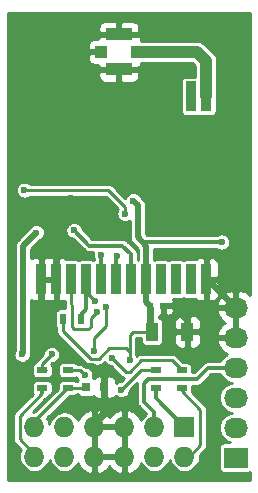
<source format=gbl>
G04 #@! TF.FileFunction,Copper,L2,Bot,Signal*
%FSLAX46Y46*%
G04 Gerber Fmt 4.6, Leading zero omitted, Abs format (unit mm)*
G04 Created by KiCad (PCBNEW (2014-11-21 BZR 5297)-product) date So 01 Feb 2015 20:06:03 CET*
%MOMM*%
G01*
G04 APERTURE LIST*
%ADD10C,0.100000*%
%ADD11R,1.727200X1.727200*%
%ADD12O,1.727200X1.727200*%
%ADD13R,0.800000X0.750000*%
%ADD14R,0.600000X0.500000*%
%ADD15R,1.000000X1.600000*%
%ADD16R,0.900000X2.500000*%
%ADD17R,1.000000X1.000000*%
%ADD18R,2.200000X1.050000*%
%ADD19R,0.900000X0.500000*%
%ADD20R,0.500000X0.900000*%
%ADD21R,2.032000X1.727200*%
%ADD22O,2.032000X1.727200*%
%ADD23C,0.600000*%
%ADD24C,0.304800*%
%ADD25C,0.508000*%
%ADD26C,0.254000*%
%ADD27C,1.057585*%
G04 APERTURE END LIST*
D10*
D11*
X212450000Y-86530000D03*
D12*
X212450000Y-89070000D03*
X209910000Y-86530000D03*
X209910000Y-89070000D03*
X207370000Y-86530000D03*
X207370000Y-89070000D03*
X204830000Y-86530000D03*
X204830000Y-89070000D03*
X202290000Y-86530000D03*
X202290000Y-89070000D03*
X199750000Y-86530000D03*
X199750000Y-89070000D03*
D13*
X204150000Y-83200000D03*
X205650000Y-83200000D03*
D14*
X209550000Y-76300000D03*
X210650000Y-76300000D03*
D15*
X209700000Y-78500000D03*
X212700000Y-78500000D03*
D16*
X214285000Y-74040000D03*
X213015000Y-74040000D03*
X211745000Y-74040000D03*
X210475000Y-74040000D03*
X209205000Y-74040000D03*
X207935000Y-74040000D03*
X206665000Y-74040000D03*
X205395000Y-74040000D03*
X204125000Y-74040000D03*
X202855000Y-74040000D03*
X201585000Y-74040000D03*
X200315000Y-74040000D03*
X214285000Y-58560000D03*
X213015000Y-58560000D03*
D17*
X208400000Y-54800000D03*
X205400000Y-54800000D03*
D18*
X206900000Y-53325000D03*
X206900000Y-56275000D03*
D19*
X210000000Y-83250000D03*
X210000000Y-81750000D03*
X202600000Y-83250000D03*
X202600000Y-81750000D03*
X212200000Y-81750000D03*
X212200000Y-83250000D03*
X200400000Y-81750000D03*
X200400000Y-83250000D03*
D20*
X202150000Y-77400000D03*
X203650000Y-77400000D03*
D21*
X216800000Y-89150000D03*
D22*
X216800000Y-86610000D03*
X216800000Y-84070000D03*
X216800000Y-81530000D03*
X216800000Y-78990000D03*
X216800000Y-76450000D03*
D23*
X213700000Y-65800000D03*
X200300000Y-76100000D03*
X202800000Y-67200000D03*
X208100000Y-67400000D03*
X215600000Y-70900000D03*
X207800000Y-80900000D03*
X198700000Y-80400000D03*
X199900000Y-70100000D03*
X204800000Y-80100000D03*
X203993366Y-82146442D03*
X205800000Y-76400000D03*
X204900000Y-75900000D03*
X207100000Y-83400000D03*
X198900000Y-66500000D03*
X207400000Y-68500000D03*
X206700000Y-72100000D03*
X203100000Y-69900000D03*
X205400000Y-72000000D03*
X206300000Y-80700000D03*
X201200000Y-80400000D03*
X205000000Y-76800000D03*
D24*
X201585000Y-74040000D02*
X200315000Y-74040000D01*
X212700000Y-77500000D02*
X214285000Y-75915000D01*
X214285000Y-75915000D02*
X214285000Y-74040000D01*
X212700000Y-78500000D02*
X212700000Y-77500000D01*
X211500000Y-76300000D02*
X212700000Y-77500000D01*
D25*
X212700000Y-77500000D02*
X212700000Y-78500000D01*
X211500000Y-76300000D02*
X212700000Y-77500000D01*
X210650000Y-76300000D02*
X211500000Y-76300000D01*
X214390000Y-74040000D02*
X216800000Y-76450000D01*
X214285000Y-74040000D02*
X214390000Y-74040000D01*
D24*
X205800000Y-85560000D02*
X204830000Y-86530000D01*
X205800000Y-83450000D02*
X205800000Y-85560000D01*
X216800000Y-67500000D02*
X215100000Y-65800000D01*
X215100000Y-65800000D02*
X213700000Y-65800000D01*
X216800000Y-76450000D02*
X216800000Y-67500000D01*
D25*
X200315000Y-76085000D02*
X200300000Y-76100000D01*
X200315000Y-74040000D02*
X200315000Y-76085000D01*
X201585000Y-69215000D02*
X202800000Y-68000000D01*
X202800000Y-68000000D02*
X202800000Y-67200000D01*
X201585000Y-74040000D02*
X201585000Y-69215000D01*
D26*
X205650000Y-83200000D02*
X205650000Y-82571000D01*
D25*
X200300000Y-77600000D02*
X200300000Y-76100000D01*
X204100000Y-81400000D02*
X200300000Y-77600000D01*
X204733000Y-81400000D02*
X204100000Y-81400000D01*
X205650000Y-82317000D02*
X204733000Y-81400000D01*
X205650000Y-83200000D02*
X205650000Y-82317000D01*
X204830000Y-86230000D02*
X204830000Y-86530000D01*
X205650000Y-85410000D02*
X204830000Y-86230000D01*
X205650000Y-83200000D02*
X205650000Y-85410000D01*
D24*
X208500000Y-67800000D02*
X208500000Y-70500000D01*
X208500000Y-70500000D02*
X208900000Y-70900000D01*
X208900000Y-70900000D02*
X215600000Y-70900000D01*
X209205000Y-71205000D02*
X208900000Y-70900000D01*
X209205000Y-74040000D02*
X209205000Y-71205000D01*
X209205000Y-75905000D02*
X209205000Y-74040000D01*
X209550000Y-76250000D02*
X209205000Y-75905000D01*
X209550000Y-76300000D02*
X209550000Y-76250000D01*
X209700000Y-76450000D02*
X209550000Y-76300000D01*
X209700000Y-78500000D02*
X209700000Y-76450000D01*
D25*
X209205000Y-71205000D02*
X209205000Y-74040000D01*
X208500000Y-70500000D02*
X209205000Y-71205000D01*
X208500000Y-67800000D02*
X208500000Y-70500000D01*
X208100000Y-67400000D02*
X208500000Y-67800000D01*
X209205000Y-75955000D02*
X209550000Y-76300000D01*
X209205000Y-74040000D02*
X209205000Y-75955000D01*
X209550000Y-78350000D02*
X209700000Y-78500000D01*
X209550000Y-76300000D02*
X209550000Y-78350000D01*
D26*
X207800000Y-80200000D02*
X207800000Y-78800000D01*
X207800000Y-80900000D02*
X207800000Y-80200000D01*
X207800000Y-78800000D02*
X208100000Y-78500000D01*
X208100000Y-78500000D02*
X209700000Y-78500000D01*
X206100000Y-79900000D02*
X207500000Y-79900000D01*
X202150000Y-77400000D02*
X202150000Y-78428933D01*
X202150000Y-78428933D02*
X204521067Y-80800000D01*
X204521067Y-80800000D02*
X205200000Y-80800000D01*
X205200000Y-80800000D02*
X206100000Y-79900000D01*
X207500000Y-79900000D02*
X207800000Y-80200000D01*
D24*
X214470000Y-81530000D02*
X213500000Y-82500000D01*
X213500000Y-82500000D02*
X209400000Y-82500000D01*
X216800000Y-81530000D02*
X214470000Y-81530000D01*
D25*
X198700000Y-80400000D02*
X198800000Y-80300000D01*
X198800000Y-80300000D02*
X198800000Y-71200000D01*
X198800000Y-71200000D02*
X199900000Y-70100000D01*
D24*
X209000000Y-82900000D02*
X209400000Y-82500000D01*
X209000000Y-84400000D02*
X209000000Y-82900000D01*
X209910000Y-85310000D02*
X209000000Y-84400000D01*
X209910000Y-86530000D02*
X209910000Y-85310000D01*
D26*
X204800000Y-79000000D02*
X204800000Y-80100000D01*
X205800000Y-78000000D02*
X204800000Y-79000000D01*
X202600000Y-81750000D02*
X203596924Y-81750000D01*
X203596924Y-81750000D02*
X203993366Y-82146442D01*
X205800000Y-76400000D02*
X205800000Y-78000000D01*
D24*
X204125000Y-76575000D02*
X204125000Y-74040000D01*
X203650000Y-77050000D02*
X204125000Y-76575000D01*
X203650000Y-77400000D02*
X203650000Y-77050000D01*
D26*
X204125000Y-75125000D02*
X204125000Y-74040000D01*
X204900000Y-75900000D02*
X204125000Y-75125000D01*
X208750000Y-81750000D02*
X207100000Y-83400000D01*
X198900000Y-66500000D02*
X206000000Y-66500000D01*
X206000000Y-66500000D02*
X207400000Y-67900000D01*
X207400000Y-67900000D02*
X207400000Y-68500000D01*
X210000000Y-81750000D02*
X208750000Y-81750000D01*
D24*
X206665000Y-72135000D02*
X206700000Y-72100000D01*
X206665000Y-74040000D02*
X206665000Y-72135000D01*
X207935000Y-71935000D02*
X207200000Y-71200000D01*
X207200000Y-71200000D02*
X204400000Y-71200000D01*
X204400000Y-71200000D02*
X203100000Y-69900000D01*
X207935000Y-74040000D02*
X207935000Y-71935000D01*
X205395000Y-72005000D02*
X205400000Y-72000000D01*
X205395000Y-74040000D02*
X205395000Y-72005000D01*
D26*
X207500000Y-81900000D02*
X206300000Y-80700000D01*
X207800000Y-81900000D02*
X207500000Y-81900000D01*
X208800000Y-80900000D02*
X207800000Y-81900000D01*
X211400000Y-80900000D02*
X208800000Y-80900000D01*
X212200000Y-81700000D02*
X211400000Y-80900000D01*
X212200000Y-81750000D02*
X212200000Y-81700000D01*
X200400000Y-81750000D02*
X200750000Y-81750000D01*
X200400000Y-81200000D02*
X201200000Y-80400000D01*
X200400000Y-81750000D02*
X200400000Y-81200000D01*
X204300000Y-78300000D02*
X203100000Y-78300000D01*
X205000000Y-76800000D02*
X204500000Y-77300000D01*
X204500000Y-77300000D02*
X204500000Y-78100000D01*
X204500000Y-78100000D02*
X204300000Y-78300000D01*
X202855000Y-76155000D02*
X202855000Y-74040000D01*
X202900000Y-76200000D02*
X202855000Y-76155000D01*
X202900000Y-78100000D02*
X202900000Y-76200000D01*
X203100000Y-78300000D02*
X202900000Y-78100000D01*
D27*
X213500000Y-54800000D02*
X214285000Y-55585000D01*
X214285000Y-55585000D02*
X214285000Y-58560000D01*
X208400000Y-54800000D02*
X213500000Y-54800000D01*
D24*
X210000000Y-84080000D02*
X212450000Y-86530000D01*
X210000000Y-83250000D02*
X210000000Y-84080000D01*
X212200000Y-83250000D02*
X212250000Y-83250000D01*
D26*
X212200000Y-83500000D02*
X212200000Y-83250000D01*
X213800000Y-85100000D02*
X212200000Y-83500000D01*
X213800000Y-88100000D02*
X213800000Y-85100000D01*
X212830000Y-89070000D02*
X213800000Y-88100000D01*
X212450000Y-89070000D02*
X212830000Y-89070000D01*
D24*
X199750000Y-86100000D02*
X202600000Y-83250000D01*
X199750000Y-86530000D02*
X199750000Y-86100000D01*
D26*
X202600000Y-83250000D02*
X203850000Y-83250000D01*
D24*
X200400000Y-83700000D02*
X200400000Y-83250000D01*
D26*
X200400000Y-83700000D02*
X200400000Y-83250000D01*
X198500000Y-85600000D02*
X200400000Y-83700000D01*
X198500000Y-87600000D02*
X198500000Y-85600000D01*
X199750000Y-88850000D02*
X198500000Y-87600000D01*
X199750000Y-89070000D02*
X199750000Y-88850000D01*
G36*
X218023000Y-91023000D02*
X207243000Y-91023000D01*
X207243000Y-90404464D01*
X207243000Y-89197000D01*
X207243000Y-88943000D01*
X207243000Y-87864464D01*
X207243000Y-87735536D01*
X207243000Y-86657000D01*
X207243000Y-86403000D01*
X207243000Y-85195536D01*
X207010973Y-85075037D01*
X206734022Y-85173036D01*
X206481512Y-85323183D01*
X206263146Y-85519707D01*
X206100000Y-85738078D01*
X205936854Y-85519707D01*
X205718488Y-85323183D01*
X205523000Y-85206942D01*
X205523000Y-84051250D01*
X205523000Y-83327000D01*
X205503000Y-83327000D01*
X205503000Y-83073000D01*
X205523000Y-83073000D01*
X205523000Y-82348750D01*
X205364250Y-82190000D01*
X205187458Y-82190000D01*
X205064777Y-82214403D01*
X204949215Y-82262270D01*
X204845211Y-82331763D01*
X204756763Y-82420211D01*
X204741978Y-82442338D01*
X204674551Y-82414409D01*
X204670273Y-82413558D01*
X204686537Y-82377029D01*
X204718124Y-82238000D01*
X204720398Y-82075156D01*
X204692705Y-81935299D01*
X204638375Y-81803485D01*
X204559477Y-81684733D01*
X204459016Y-81583568D01*
X204340818Y-81503843D01*
X204209386Y-81448594D01*
X204069726Y-81419926D01*
X204050187Y-81419789D01*
X203988661Y-81358263D01*
X203949131Y-81325793D01*
X203909916Y-81292887D01*
X203907361Y-81291482D01*
X203905112Y-81289635D01*
X203860010Y-81265451D01*
X203815168Y-81240799D01*
X203812393Y-81239919D01*
X203809824Y-81238541D01*
X203760879Y-81223577D01*
X203712107Y-81208106D01*
X203709209Y-81207781D01*
X203706426Y-81206930D01*
X203655563Y-81201763D01*
X203604659Y-81196054D01*
X203598958Y-81196014D01*
X203598858Y-81196004D01*
X203598764Y-81196012D01*
X203596924Y-81196000D01*
X203349869Y-81196000D01*
X203322197Y-81168327D01*
X203252260Y-81121597D01*
X203174551Y-81089409D01*
X203092056Y-81073000D01*
X203007944Y-81073000D01*
X202107944Y-81073000D01*
X202025449Y-81089409D01*
X201947739Y-81121598D01*
X201927032Y-81135434D01*
X201927032Y-80328714D01*
X201899339Y-80188857D01*
X201845009Y-80057043D01*
X201766111Y-79938291D01*
X201665650Y-79837126D01*
X201547452Y-79757401D01*
X201458000Y-79719798D01*
X201458000Y-75766250D01*
X201458000Y-74167000D01*
X201458000Y-73913000D01*
X201458000Y-72313750D01*
X201299250Y-72155000D01*
X201197542Y-72155000D01*
X201072458Y-72155000D01*
X200950000Y-72179358D01*
X200827542Y-72155000D01*
X200702458Y-72155000D01*
X200627032Y-72155000D01*
X200627032Y-70028714D01*
X200599339Y-69888857D01*
X200545009Y-69757043D01*
X200466111Y-69638291D01*
X200365650Y-69537126D01*
X200247452Y-69457401D01*
X200116020Y-69402152D01*
X199976360Y-69373484D01*
X199833791Y-69372489D01*
X199693744Y-69399204D01*
X199561554Y-69452612D01*
X199442255Y-69530680D01*
X199340391Y-69630432D01*
X199259842Y-69748070D01*
X199238083Y-69798836D01*
X198318460Y-70718460D01*
X198278545Y-70767053D01*
X198238098Y-70815257D01*
X198236371Y-70818397D01*
X198234100Y-70821163D01*
X198204381Y-70876587D01*
X198174069Y-70931726D01*
X198172986Y-70935138D01*
X198171294Y-70938295D01*
X198152906Y-70998436D01*
X198133881Y-71058412D01*
X198133481Y-71061972D01*
X198132435Y-71065396D01*
X198126080Y-71127957D01*
X198119066Y-71190492D01*
X198119017Y-71197490D01*
X198119004Y-71197623D01*
X198119015Y-71197746D01*
X198119000Y-71200000D01*
X198119000Y-79961672D01*
X198059842Y-80048070D01*
X198003677Y-80179113D01*
X197974035Y-80318570D01*
X197972044Y-80461128D01*
X197997781Y-80601358D01*
X198050265Y-80733918D01*
X198127498Y-80853760D01*
X198226537Y-80956317D01*
X198343610Y-81037685D01*
X198474258Y-81094764D01*
X198613504Y-81125379D01*
X198756045Y-81128365D01*
X198896451Y-81103608D01*
X199029374Y-81052050D01*
X199149752Y-80975656D01*
X199252999Y-80877336D01*
X199335182Y-80760833D01*
X199393171Y-80630587D01*
X199394199Y-80626058D01*
X199395618Y-80623412D01*
X199425931Y-80568274D01*
X199427013Y-80564861D01*
X199428706Y-80561705D01*
X199447080Y-80501604D01*
X199466119Y-80441588D01*
X199466518Y-80438022D01*
X199467564Y-80434604D01*
X199473914Y-80372087D01*
X199480934Y-80309508D01*
X199480982Y-80302510D01*
X199480996Y-80302378D01*
X199480984Y-80302254D01*
X199481000Y-80300000D01*
X199481000Y-75797127D01*
X199564215Y-75852730D01*
X199679777Y-75900597D01*
X199802458Y-75925000D01*
X199927542Y-75925000D01*
X200029250Y-75925000D01*
X200188000Y-75766250D01*
X200188000Y-74167000D01*
X200168000Y-74167000D01*
X200168000Y-73913000D01*
X200188000Y-73913000D01*
X200188000Y-72313750D01*
X200029250Y-72155000D01*
X199927542Y-72155000D01*
X199802458Y-72155000D01*
X199679777Y-72179403D01*
X199564215Y-72227270D01*
X199481000Y-72282872D01*
X199481000Y-71482080D01*
X200199406Y-70763673D01*
X200229374Y-70752050D01*
X200349752Y-70675656D01*
X200452999Y-70577336D01*
X200535182Y-70460833D01*
X200593171Y-70330587D01*
X200624758Y-70191558D01*
X200627032Y-70028714D01*
X200627032Y-72155000D01*
X200600750Y-72155000D01*
X200442000Y-72313750D01*
X200442000Y-73913000D01*
X200658750Y-73913000D01*
X201241250Y-73913000D01*
X201458000Y-73913000D01*
X201458000Y-74167000D01*
X201241250Y-74167000D01*
X200658750Y-74167000D01*
X200442000Y-74167000D01*
X200442000Y-75766250D01*
X200600750Y-75925000D01*
X200702458Y-75925000D01*
X200827542Y-75925000D01*
X200950000Y-75900641D01*
X201072458Y-75925000D01*
X201197542Y-75925000D01*
X201299250Y-75925000D01*
X201458000Y-75766250D01*
X201458000Y-79719798D01*
X201416020Y-79702152D01*
X201276360Y-79673484D01*
X201133791Y-79672489D01*
X200993744Y-79699204D01*
X200861554Y-79752612D01*
X200742255Y-79830680D01*
X200640391Y-79930432D01*
X200559842Y-80048070D01*
X200503677Y-80179113D01*
X200474035Y-80318570D01*
X200473696Y-80342829D01*
X200008263Y-80808263D01*
X199975793Y-80847792D01*
X199942887Y-80887008D01*
X199941482Y-80889562D01*
X199939635Y-80891812D01*
X199915451Y-80936913D01*
X199890799Y-80981756D01*
X199889919Y-80984530D01*
X199888541Y-80987100D01*
X199873577Y-81036044D01*
X199858750Y-81082785D01*
X199825449Y-81089409D01*
X199747739Y-81121598D01*
X199677803Y-81168328D01*
X199618327Y-81227803D01*
X199571597Y-81297740D01*
X199539409Y-81375449D01*
X199523000Y-81457944D01*
X199523000Y-81542056D01*
X199523000Y-82042056D01*
X199539409Y-82124551D01*
X199571598Y-82202261D01*
X199618328Y-82272197D01*
X199677803Y-82331673D01*
X199747740Y-82378403D01*
X199825449Y-82410591D01*
X199907944Y-82427000D01*
X199992056Y-82427000D01*
X200892056Y-82427000D01*
X200974551Y-82410591D01*
X201052261Y-82378402D01*
X201122197Y-82331672D01*
X201181673Y-82272197D01*
X201228403Y-82202260D01*
X201260591Y-82124551D01*
X201277000Y-82042056D01*
X201277000Y-81957944D01*
X201277000Y-81912066D01*
X201292685Y-81861397D01*
X201303986Y-81753868D01*
X201294187Y-81646191D01*
X201277000Y-81587793D01*
X201277000Y-81457944D01*
X201260591Y-81375449D01*
X201228402Y-81297739D01*
X201181672Y-81227803D01*
X201168671Y-81214802D01*
X201255128Y-81128345D01*
X201256045Y-81128365D01*
X201396451Y-81103608D01*
X201529374Y-81052050D01*
X201649752Y-80975656D01*
X201752999Y-80877336D01*
X201835182Y-80760833D01*
X201893171Y-80630587D01*
X201924758Y-80491558D01*
X201927032Y-80328714D01*
X201927032Y-81135434D01*
X201877803Y-81168328D01*
X201818327Y-81227803D01*
X201771597Y-81297740D01*
X201739409Y-81375449D01*
X201723000Y-81457944D01*
X201723000Y-81542056D01*
X201723000Y-82042056D01*
X201739409Y-82124551D01*
X201771598Y-82202261D01*
X201818328Y-82272197D01*
X201877803Y-82331673D01*
X201947740Y-82378403D01*
X202025449Y-82410591D01*
X202107944Y-82427000D01*
X202192056Y-82427000D01*
X203092056Y-82427000D01*
X203174551Y-82410591D01*
X203252261Y-82378402D01*
X203292593Y-82351452D01*
X203343631Y-82480360D01*
X203404069Y-82574141D01*
X203371597Y-82622740D01*
X203343775Y-82689906D01*
X203322197Y-82668327D01*
X203252260Y-82621597D01*
X203174551Y-82589409D01*
X203092056Y-82573000D01*
X203007944Y-82573000D01*
X202107944Y-82573000D01*
X202025449Y-82589409D01*
X201947739Y-82621598D01*
X201877803Y-82668328D01*
X201818327Y-82727803D01*
X201771597Y-82797740D01*
X201739409Y-82875449D01*
X201723000Y-82957944D01*
X201723000Y-83042056D01*
X201723000Y-83307604D01*
X199789382Y-85241221D01*
X199774265Y-85239526D01*
X199756245Y-85239400D01*
X199743755Y-85239400D01*
X199633237Y-85250236D01*
X200678271Y-84205202D01*
X200717258Y-84184821D01*
X200805385Y-84113965D01*
X200878071Y-84027342D01*
X200932547Y-83928250D01*
X200935697Y-83918319D01*
X200974551Y-83910591D01*
X201052261Y-83878402D01*
X201122197Y-83831672D01*
X201181673Y-83772197D01*
X201228403Y-83702260D01*
X201260591Y-83624551D01*
X201277000Y-83542056D01*
X201277000Y-83457944D01*
X201277000Y-82957944D01*
X201260591Y-82875449D01*
X201228402Y-82797739D01*
X201181672Y-82727803D01*
X201122197Y-82668327D01*
X201052260Y-82621597D01*
X200974551Y-82589409D01*
X200892056Y-82573000D01*
X200807944Y-82573000D01*
X199907944Y-82573000D01*
X199825449Y-82589409D01*
X199747739Y-82621598D01*
X199677803Y-82668328D01*
X199618327Y-82727803D01*
X199571597Y-82797740D01*
X199539409Y-82875449D01*
X199523000Y-82957944D01*
X199523000Y-83042056D01*
X199523000Y-83542056D01*
X199539409Y-83624551D01*
X199571598Y-83702261D01*
X199588688Y-83727837D01*
X198108263Y-85208263D01*
X198075793Y-85247792D01*
X198042887Y-85287008D01*
X198041482Y-85289562D01*
X198039635Y-85291812D01*
X198015451Y-85336913D01*
X197990799Y-85381756D01*
X197989919Y-85384530D01*
X197988541Y-85387100D01*
X197973577Y-85436044D01*
X197958106Y-85484817D01*
X197957781Y-85487714D01*
X197956930Y-85490498D01*
X197951763Y-85541360D01*
X197946054Y-85592265D01*
X197946014Y-85597965D01*
X197946004Y-85598066D01*
X197946012Y-85598159D01*
X197946000Y-85600000D01*
X197946000Y-87600000D01*
X197950997Y-87650963D01*
X197955454Y-87701909D01*
X197956266Y-87704706D01*
X197956551Y-87707606D01*
X197971350Y-87756623D01*
X197985619Y-87805738D01*
X197986958Y-87808321D01*
X197987801Y-87811113D01*
X198011820Y-87856287D01*
X198035376Y-87901730D01*
X198037195Y-87904009D01*
X198038562Y-87906579D01*
X198070877Y-87946202D01*
X198102832Y-87986230D01*
X198106831Y-87990285D01*
X198106898Y-87990367D01*
X198106973Y-87990429D01*
X198108263Y-87991737D01*
X198600463Y-88483937D01*
X198553998Y-88569872D01*
X198479515Y-88810489D01*
X198453186Y-89060990D01*
X198476015Y-89311834D01*
X198547132Y-89553467D01*
X198663827Y-89776685D01*
X198821657Y-89972986D01*
X199014609Y-90134891D01*
X199235334Y-90256236D01*
X199475424Y-90332397D01*
X199725735Y-90360474D01*
X199743755Y-90360600D01*
X199756245Y-90360600D01*
X200006924Y-90336021D01*
X200248054Y-90263219D01*
X200470452Y-90144968D01*
X200665646Y-89985772D01*
X200826201Y-89791694D01*
X200946002Y-89570128D01*
X201020485Y-89329511D01*
X201020677Y-89327676D01*
X201087132Y-89553467D01*
X201203827Y-89776685D01*
X201361657Y-89972986D01*
X201554609Y-90134891D01*
X201775334Y-90256236D01*
X202015424Y-90332397D01*
X202265735Y-90360474D01*
X202283755Y-90360600D01*
X202296245Y-90360600D01*
X202546924Y-90336021D01*
X202788054Y-90263219D01*
X203010452Y-90144968D01*
X203205646Y-89985772D01*
X203366201Y-89791694D01*
X203448902Y-89638741D01*
X203547316Y-89844944D01*
X203723146Y-90080293D01*
X203941512Y-90276817D01*
X204194022Y-90426964D01*
X204470973Y-90524963D01*
X204703000Y-90404464D01*
X204703000Y-89197000D01*
X204683000Y-89197000D01*
X204683000Y-88943000D01*
X204703000Y-88943000D01*
X204703000Y-87864464D01*
X204703000Y-87735536D01*
X204703000Y-86657000D01*
X204683000Y-86657000D01*
X204683000Y-86403000D01*
X204703000Y-86403000D01*
X204703000Y-85195536D01*
X204470973Y-85075037D01*
X204194022Y-85173036D01*
X203941512Y-85323183D01*
X203723146Y-85519707D01*
X203547316Y-85755056D01*
X203448608Y-85961872D01*
X203376173Y-85823315D01*
X203218343Y-85627014D01*
X203025391Y-85465109D01*
X202804666Y-85343764D01*
X202564576Y-85267603D01*
X202314265Y-85239526D01*
X202296245Y-85239400D01*
X202283755Y-85239400D01*
X202033076Y-85263979D01*
X201791946Y-85336781D01*
X201569548Y-85455032D01*
X201374354Y-85614228D01*
X201213799Y-85808306D01*
X201093998Y-86029872D01*
X201019515Y-86270489D01*
X201019322Y-86272323D01*
X200952868Y-86046533D01*
X200839574Y-85829821D01*
X202742395Y-83927000D01*
X203092056Y-83927000D01*
X203174551Y-83910591D01*
X203252261Y-83878402D01*
X203322197Y-83831672D01*
X203349869Y-83804000D01*
X203389464Y-83804000D01*
X203418328Y-83847197D01*
X203477803Y-83906673D01*
X203547740Y-83953403D01*
X203625449Y-83985591D01*
X203707944Y-84002000D01*
X203792056Y-84002000D01*
X204592056Y-84002000D01*
X204674551Y-83985591D01*
X204741977Y-83957661D01*
X204756763Y-83979789D01*
X204845211Y-84068237D01*
X204949215Y-84137730D01*
X205064777Y-84185597D01*
X205187458Y-84210000D01*
X205364250Y-84210000D01*
X205523000Y-84051250D01*
X205523000Y-85206942D01*
X205465978Y-85173036D01*
X205189027Y-85075037D01*
X204957000Y-85195536D01*
X204957000Y-86403000D01*
X206036183Y-86403000D01*
X206163817Y-86403000D01*
X207243000Y-86403000D01*
X207243000Y-86657000D01*
X206163817Y-86657000D01*
X206036183Y-86657000D01*
X204957000Y-86657000D01*
X204957000Y-87735536D01*
X204957000Y-87864464D01*
X204957000Y-88943000D01*
X206036183Y-88943000D01*
X206163817Y-88943000D01*
X207243000Y-88943000D01*
X207243000Y-89197000D01*
X206163817Y-89197000D01*
X206036183Y-89197000D01*
X204957000Y-89197000D01*
X204957000Y-90404464D01*
X205189027Y-90524963D01*
X205465978Y-90426964D01*
X205718488Y-90276817D01*
X205936854Y-90080293D01*
X206100000Y-89861921D01*
X206263146Y-90080293D01*
X206481512Y-90276817D01*
X206734022Y-90426964D01*
X207010973Y-90524963D01*
X207243000Y-90404464D01*
X207243000Y-91023000D01*
X197477000Y-91023000D01*
X197477000Y-91000000D01*
X197477000Y-90800000D01*
X197477000Y-51477000D01*
X218023000Y-51477000D01*
X218023000Y-75409033D01*
X217951729Y-75331514D01*
X217714321Y-75158046D01*
X217447633Y-75034227D01*
X217161914Y-74964815D01*
X216927000Y-75109075D01*
X216927000Y-76323000D01*
X216947000Y-76323000D01*
X216947000Y-76577000D01*
X216927000Y-76577000D01*
X216927000Y-77649075D01*
X216927000Y-77790925D01*
X216927000Y-78863000D01*
X216947000Y-78863000D01*
X216947000Y-79117000D01*
X216927000Y-79117000D01*
X216927000Y-79137000D01*
X216673000Y-79137000D01*
X216673000Y-79117000D01*
X216673000Y-78863000D01*
X216673000Y-77790925D01*
X216673000Y-77649075D01*
X216673000Y-76577000D01*
X216673000Y-76323000D01*
X216673000Y-75109075D01*
X216438086Y-74964815D01*
X216152367Y-75034227D01*
X215885679Y-75158046D01*
X215648271Y-75331514D01*
X215449267Y-75547965D01*
X215370000Y-75678104D01*
X215370000Y-75352542D01*
X215370000Y-74325750D01*
X215370000Y-73754250D01*
X215370000Y-72727458D01*
X215345597Y-72604777D01*
X215297730Y-72489215D01*
X215228237Y-72385211D01*
X215139789Y-72296763D01*
X215035785Y-72227270D01*
X214920223Y-72179403D01*
X214797542Y-72155000D01*
X214672458Y-72155000D01*
X214570750Y-72155000D01*
X214412000Y-72313750D01*
X214412000Y-73913000D01*
X215211250Y-73913000D01*
X215370000Y-73754250D01*
X215370000Y-74325750D01*
X215211250Y-74167000D01*
X214412000Y-74167000D01*
X214412000Y-75766250D01*
X214570750Y-75925000D01*
X214672458Y-75925000D01*
X214797542Y-75925000D01*
X214920223Y-75900597D01*
X215035785Y-75852730D01*
X215139789Y-75783237D01*
X215228237Y-75694789D01*
X215297730Y-75590785D01*
X215345597Y-75475223D01*
X215370000Y-75352542D01*
X215370000Y-75678104D01*
X215296314Y-75799081D01*
X215195291Y-76075211D01*
X215192642Y-76090974D01*
X215313783Y-76323000D01*
X216673000Y-76323000D01*
X216673000Y-76577000D01*
X215313783Y-76577000D01*
X215192642Y-76809026D01*
X215195291Y-76824789D01*
X215296314Y-77100919D01*
X215449267Y-77352035D01*
X215648271Y-77568486D01*
X215855632Y-77720000D01*
X215648271Y-77871514D01*
X215449267Y-78087965D01*
X215296314Y-78339081D01*
X215195291Y-78615211D01*
X215192642Y-78630974D01*
X215313783Y-78863000D01*
X216673000Y-78863000D01*
X216673000Y-79117000D01*
X215313783Y-79117000D01*
X215192642Y-79349026D01*
X215195291Y-79364789D01*
X215296314Y-79640919D01*
X215449267Y-79892035D01*
X215648271Y-80108486D01*
X215885679Y-80281954D01*
X216081198Y-80372730D01*
X215926411Y-80455032D01*
X215731217Y-80614228D01*
X215570662Y-80808306D01*
X215493723Y-80950600D01*
X214470000Y-80950600D01*
X214416762Y-80955820D01*
X214363418Y-80960487D01*
X214360488Y-80961338D01*
X214357461Y-80961635D01*
X214306288Y-80977084D01*
X214254829Y-80992035D01*
X214252121Y-80993438D01*
X214249208Y-80994318D01*
X214201974Y-81019432D01*
X214154436Y-81044074D01*
X214152055Y-81045974D01*
X214149365Y-81047405D01*
X214107910Y-81081214D01*
X214066062Y-81114622D01*
X214061816Y-81118808D01*
X214061735Y-81118875D01*
X214061672Y-81118950D01*
X214060302Y-81120302D01*
X213835000Y-81345604D01*
X213835000Y-79362542D01*
X213835000Y-79237458D01*
X213835000Y-78785750D01*
X213835000Y-78214250D01*
X213835000Y-77762542D01*
X213835000Y-77637458D01*
X213810597Y-77514777D01*
X213762730Y-77399215D01*
X213693237Y-77295211D01*
X213604789Y-77206763D01*
X213500785Y-77137270D01*
X213385223Y-77089403D01*
X213262542Y-77065000D01*
X212985750Y-77065000D01*
X212827000Y-77223750D01*
X212827000Y-78373000D01*
X213676250Y-78373000D01*
X213835000Y-78214250D01*
X213835000Y-78785750D01*
X213676250Y-78627000D01*
X212827000Y-78627000D01*
X212827000Y-79776250D01*
X212985750Y-79935000D01*
X213262542Y-79935000D01*
X213385223Y-79910597D01*
X213500785Y-79862730D01*
X213604789Y-79793237D01*
X213693237Y-79704789D01*
X213762730Y-79600785D01*
X213810597Y-79485223D01*
X213835000Y-79362542D01*
X213835000Y-81345604D01*
X213260004Y-81920600D01*
X213077000Y-81920600D01*
X213077000Y-81457944D01*
X213060591Y-81375449D01*
X213028402Y-81297739D01*
X212981672Y-81227803D01*
X212922197Y-81168327D01*
X212852260Y-81121597D01*
X212774551Y-81089409D01*
X212692056Y-81073000D01*
X212607944Y-81073000D01*
X212573000Y-81073000D01*
X212573000Y-79776250D01*
X212573000Y-78627000D01*
X212573000Y-78373000D01*
X212573000Y-77223750D01*
X212414250Y-77065000D01*
X212137458Y-77065000D01*
X212014777Y-77089403D01*
X211899215Y-77137270D01*
X211795211Y-77206763D01*
X211706763Y-77295211D01*
X211637270Y-77399215D01*
X211589403Y-77514777D01*
X211585000Y-77536912D01*
X211585000Y-76612542D01*
X211585000Y-76583750D01*
X211426250Y-76425000D01*
X210777000Y-76425000D01*
X210777000Y-77026250D01*
X210935750Y-77185000D01*
X211012542Y-77185000D01*
X211135223Y-77160597D01*
X211250785Y-77112730D01*
X211354789Y-77043237D01*
X211443237Y-76954789D01*
X211512730Y-76850785D01*
X211560597Y-76735223D01*
X211585000Y-76612542D01*
X211585000Y-77536912D01*
X211565000Y-77637458D01*
X211565000Y-77762542D01*
X211565000Y-78214250D01*
X211723750Y-78373000D01*
X212573000Y-78373000D01*
X212573000Y-78627000D01*
X211723750Y-78627000D01*
X211565000Y-78785750D01*
X211565000Y-79237458D01*
X211565000Y-79362542D01*
X211589403Y-79485223D01*
X211637270Y-79600785D01*
X211706763Y-79704789D01*
X211795211Y-79793237D01*
X211899215Y-79862730D01*
X212014777Y-79910597D01*
X212137458Y-79935000D01*
X212414250Y-79935000D01*
X212573000Y-79776250D01*
X212573000Y-81073000D01*
X212356474Y-81073000D01*
X211791737Y-80508263D01*
X211752207Y-80475793D01*
X211712992Y-80442887D01*
X211710437Y-80441482D01*
X211708188Y-80439635D01*
X211663086Y-80415451D01*
X211618244Y-80390799D01*
X211615469Y-80389919D01*
X211612900Y-80388541D01*
X211563955Y-80373577D01*
X211515183Y-80358106D01*
X211512285Y-80357781D01*
X211509502Y-80356930D01*
X211458639Y-80351763D01*
X211407735Y-80346054D01*
X211402034Y-80346014D01*
X211401934Y-80346004D01*
X211401840Y-80346012D01*
X211400000Y-80346000D01*
X208800000Y-80346000D01*
X208749131Y-80350987D01*
X208698091Y-80355453D01*
X208695288Y-80356267D01*
X208692394Y-80356551D01*
X208643450Y-80371327D01*
X208594263Y-80385618D01*
X208591676Y-80386958D01*
X208588887Y-80387801D01*
X208543729Y-80411811D01*
X208498270Y-80435376D01*
X208495990Y-80437195D01*
X208493421Y-80438562D01*
X208453804Y-80470872D01*
X208413771Y-80502831D01*
X208410883Y-80505679D01*
X208366111Y-80438291D01*
X208354000Y-80426095D01*
X208354000Y-80200000D01*
X208354000Y-79054000D01*
X208773000Y-79054000D01*
X208773000Y-79342056D01*
X208789409Y-79424551D01*
X208821598Y-79502261D01*
X208868328Y-79572197D01*
X208927803Y-79631673D01*
X208997740Y-79678403D01*
X209075449Y-79710591D01*
X209157944Y-79727000D01*
X209242056Y-79727000D01*
X210242056Y-79727000D01*
X210324551Y-79710591D01*
X210402261Y-79678402D01*
X210472197Y-79631672D01*
X210531673Y-79572197D01*
X210578403Y-79502260D01*
X210610591Y-79424551D01*
X210627000Y-79342056D01*
X210627000Y-79257944D01*
X210627000Y-77657944D01*
X210610591Y-77575449D01*
X210578402Y-77497739D01*
X210531672Y-77427803D01*
X210472197Y-77368327D01*
X210402260Y-77321597D01*
X210324551Y-77289409D01*
X210279400Y-77280428D01*
X210279400Y-77183397D01*
X210287458Y-77185000D01*
X210364250Y-77185000D01*
X210523000Y-77026250D01*
X210523000Y-76425000D01*
X210503000Y-76425000D01*
X210503000Y-76175000D01*
X210523000Y-76175000D01*
X210523000Y-76153000D01*
X210777000Y-76153000D01*
X210777000Y-76175000D01*
X211426250Y-76175000D01*
X211585000Y-76016250D01*
X211585000Y-75987458D01*
X211560597Y-75864777D01*
X211512730Y-75749215D01*
X211491204Y-75717000D01*
X212237056Y-75717000D01*
X212319551Y-75700591D01*
X212379999Y-75675552D01*
X212440449Y-75700591D01*
X212522944Y-75717000D01*
X212607056Y-75717000D01*
X213363974Y-75717000D01*
X213430211Y-75783237D01*
X213534215Y-75852730D01*
X213649777Y-75900597D01*
X213772458Y-75925000D01*
X213897542Y-75925000D01*
X213999250Y-75925000D01*
X214158000Y-75766250D01*
X214158000Y-74167000D01*
X214138000Y-74167000D01*
X214138000Y-73913000D01*
X214158000Y-73913000D01*
X214158000Y-72313750D01*
X213999250Y-72155000D01*
X213897542Y-72155000D01*
X213772458Y-72155000D01*
X213649777Y-72179403D01*
X213534215Y-72227270D01*
X213430211Y-72296763D01*
X213363974Y-72363000D01*
X212522944Y-72363000D01*
X212440449Y-72379409D01*
X212380000Y-72404447D01*
X212319551Y-72379409D01*
X212237056Y-72363000D01*
X212152944Y-72363000D01*
X211252944Y-72363000D01*
X211170449Y-72379409D01*
X211110000Y-72404447D01*
X211049551Y-72379409D01*
X210967056Y-72363000D01*
X210882944Y-72363000D01*
X209982944Y-72363000D01*
X209900449Y-72379409D01*
X209886000Y-72385394D01*
X209886000Y-71479400D01*
X215159749Y-71479400D01*
X215243610Y-71537685D01*
X215374258Y-71594764D01*
X215513504Y-71625379D01*
X215656045Y-71628365D01*
X215796451Y-71603608D01*
X215929374Y-71552050D01*
X216049752Y-71475656D01*
X216152999Y-71377336D01*
X216235182Y-71260833D01*
X216293171Y-71130587D01*
X216324758Y-70991558D01*
X216327032Y-70828714D01*
X216299339Y-70688857D01*
X216245009Y-70557043D01*
X216166111Y-70438291D01*
X216065650Y-70337126D01*
X215947452Y-70257401D01*
X215816020Y-70202152D01*
X215676360Y-70173484D01*
X215533791Y-70172489D01*
X215393744Y-70199204D01*
X215261554Y-70252612D01*
X215240792Y-70266198D01*
X215240792Y-58560000D01*
X215240792Y-55585000D01*
X215232179Y-55497164D01*
X215224482Y-55409181D01*
X215223079Y-55404353D01*
X215222589Y-55399352D01*
X215197077Y-55314852D01*
X215172440Y-55230050D01*
X215170126Y-55225586D01*
X215168674Y-55220776D01*
X215127250Y-55142869D01*
X215086595Y-55064438D01*
X215083456Y-55060505D01*
X215081099Y-55056073D01*
X215025343Y-54987708D01*
X214970218Y-54918655D01*
X214963319Y-54911660D01*
X214963202Y-54911516D01*
X214963068Y-54911405D01*
X214960847Y-54909153D01*
X214175847Y-54124153D01*
X214107638Y-54068126D01*
X214039991Y-54011363D01*
X214035585Y-54008940D01*
X214031703Y-54005752D01*
X213953898Y-53964033D01*
X213876527Y-53921498D01*
X213871737Y-53919978D01*
X213867307Y-53917603D01*
X213782891Y-53891794D01*
X213698720Y-53865094D01*
X213693721Y-53864533D01*
X213688919Y-53863065D01*
X213601133Y-53854148D01*
X213513345Y-53844301D01*
X213503518Y-53844232D01*
X213503336Y-53844214D01*
X213503166Y-53844230D01*
X213500000Y-53844208D01*
X208800000Y-53844208D01*
X208800000Y-53450000D01*
X208635000Y-53450000D01*
X208635000Y-53039250D01*
X208635000Y-52737458D01*
X208610597Y-52614777D01*
X208562730Y-52499215D01*
X208493237Y-52395211D01*
X208404789Y-52306763D01*
X208300785Y-52237270D01*
X208185223Y-52189403D01*
X208062542Y-52165000D01*
X207937458Y-52165000D01*
X207185750Y-52165000D01*
X207027000Y-52323750D01*
X207027000Y-53198000D01*
X208476250Y-53198000D01*
X208635000Y-53039250D01*
X208635000Y-53450000D01*
X206773000Y-53450000D01*
X206773000Y-53198000D01*
X206773000Y-52323750D01*
X206614250Y-52165000D01*
X205862542Y-52165000D01*
X205737458Y-52165000D01*
X205614777Y-52189403D01*
X205499215Y-52237270D01*
X205395211Y-52306763D01*
X205306763Y-52395211D01*
X205237270Y-52499215D01*
X205189403Y-52614777D01*
X205165000Y-52737458D01*
X205165000Y-53039250D01*
X205323750Y-53198000D01*
X206773000Y-53198000D01*
X206773000Y-53450000D01*
X205450000Y-53450000D01*
X205450000Y-53452000D01*
X205323750Y-53452000D01*
X205165000Y-53610750D01*
X205165000Y-53715750D01*
X205114250Y-53665000D01*
X204962542Y-53665000D01*
X204837458Y-53665000D01*
X204714777Y-53689403D01*
X204599215Y-53737270D01*
X204495211Y-53806763D01*
X204406763Y-53895211D01*
X204337270Y-53999215D01*
X204289403Y-54114777D01*
X204265000Y-54237458D01*
X204265000Y-54514250D01*
X204423750Y-54673000D01*
X205273000Y-54673000D01*
X205273000Y-54653000D01*
X205450000Y-54653000D01*
X205450000Y-54947000D01*
X205273000Y-54947000D01*
X205273000Y-54927000D01*
X204423750Y-54927000D01*
X204265000Y-55085750D01*
X204265000Y-55362542D01*
X204289403Y-55485223D01*
X204337270Y-55600785D01*
X204406763Y-55704789D01*
X204495211Y-55793237D01*
X204599215Y-55862730D01*
X204714777Y-55910597D01*
X204837458Y-55935000D01*
X204962542Y-55935000D01*
X205114250Y-55935000D01*
X205165000Y-55884250D01*
X205165000Y-55989250D01*
X205323750Y-56148000D01*
X206773000Y-56148000D01*
X206773000Y-56128000D01*
X207027000Y-56128000D01*
X207027000Y-56148000D01*
X208476250Y-56148000D01*
X208574250Y-56050000D01*
X208800000Y-56050000D01*
X208800000Y-55755792D01*
X213104098Y-55755792D01*
X213329208Y-55980902D01*
X213329208Y-56883000D01*
X212522944Y-56883000D01*
X212440449Y-56899409D01*
X212362739Y-56931598D01*
X212292803Y-56978328D01*
X212233327Y-57037803D01*
X212186597Y-57107740D01*
X212154409Y-57185449D01*
X212138000Y-57267944D01*
X212138000Y-57352056D01*
X212138000Y-59852056D01*
X212154409Y-59934551D01*
X212186598Y-60012261D01*
X212233328Y-60082197D01*
X212292803Y-60141673D01*
X212362740Y-60188403D01*
X212440449Y-60220591D01*
X212522944Y-60237000D01*
X212607056Y-60237000D01*
X213507056Y-60237000D01*
X213589551Y-60220591D01*
X213649999Y-60195552D01*
X213710449Y-60220591D01*
X213792944Y-60237000D01*
X213877056Y-60237000D01*
X214777056Y-60237000D01*
X214859551Y-60220591D01*
X214937261Y-60188402D01*
X215007197Y-60141672D01*
X215066673Y-60082197D01*
X215113403Y-60012260D01*
X215145591Y-59934551D01*
X215162000Y-59852056D01*
X215162000Y-59767944D01*
X215162000Y-58939259D01*
X215163502Y-58936527D01*
X215219906Y-58758720D01*
X215240699Y-58573345D01*
X215240792Y-58560000D01*
X215240792Y-70266198D01*
X215157658Y-70320600D01*
X209283679Y-70320600D01*
X209181000Y-70217920D01*
X209181000Y-67800000D01*
X209174864Y-67737432D01*
X209169379Y-67674729D01*
X209168379Y-67671287D01*
X209168030Y-67667726D01*
X209149842Y-67607484D01*
X209132298Y-67547098D01*
X209130652Y-67543922D01*
X209129616Y-67540491D01*
X209100087Y-67484957D01*
X209071135Y-67429100D01*
X209068898Y-67426297D01*
X209067219Y-67423140D01*
X209027484Y-67374420D01*
X208988216Y-67325230D01*
X208983304Y-67320250D01*
X208983218Y-67320144D01*
X208983119Y-67320062D01*
X208981539Y-67318460D01*
X208762458Y-67099379D01*
X208745009Y-67057043D01*
X208666111Y-66938291D01*
X208635000Y-66906961D01*
X208635000Y-56862542D01*
X208635000Y-56560750D01*
X208476250Y-56402000D01*
X207027000Y-56402000D01*
X207027000Y-57276250D01*
X207185750Y-57435000D01*
X207937458Y-57435000D01*
X208062542Y-57435000D01*
X208185223Y-57410597D01*
X208300785Y-57362730D01*
X208404789Y-57293237D01*
X208493237Y-57204789D01*
X208562730Y-57100785D01*
X208610597Y-56985223D01*
X208635000Y-56862542D01*
X208635000Y-66906961D01*
X208565650Y-66837126D01*
X208447452Y-66757401D01*
X208316020Y-66702152D01*
X208176360Y-66673484D01*
X208033791Y-66672489D01*
X207893744Y-66699204D01*
X207761554Y-66752612D01*
X207642255Y-66830680D01*
X207540391Y-66930432D01*
X207459842Y-67048070D01*
X207421350Y-67137876D01*
X206773000Y-66489526D01*
X206773000Y-57276250D01*
X206773000Y-56402000D01*
X205323750Y-56402000D01*
X205165000Y-56560750D01*
X205165000Y-56862542D01*
X205189403Y-56985223D01*
X205237270Y-57100785D01*
X205306763Y-57204789D01*
X205395211Y-57293237D01*
X205499215Y-57362730D01*
X205614777Y-57410597D01*
X205737458Y-57435000D01*
X205862542Y-57435000D01*
X206614250Y-57435000D01*
X206773000Y-57276250D01*
X206773000Y-66489526D01*
X206391737Y-66108263D01*
X206352207Y-66075793D01*
X206312992Y-66042887D01*
X206310437Y-66041482D01*
X206308188Y-66039635D01*
X206263086Y-66015451D01*
X206218244Y-65990799D01*
X206215469Y-65989919D01*
X206212900Y-65988541D01*
X206163955Y-65973577D01*
X206115183Y-65958106D01*
X206112285Y-65957781D01*
X206109502Y-65956930D01*
X206058639Y-65951763D01*
X206007735Y-65946054D01*
X206002034Y-65946014D01*
X206001934Y-65946004D01*
X206001840Y-65946012D01*
X206000000Y-65946000D01*
X199374462Y-65946000D01*
X199365650Y-65937126D01*
X199247452Y-65857401D01*
X199116020Y-65802152D01*
X198976360Y-65773484D01*
X198833791Y-65772489D01*
X198693744Y-65799204D01*
X198561554Y-65852612D01*
X198442255Y-65930680D01*
X198340391Y-66030432D01*
X198259842Y-66148070D01*
X198203677Y-66279113D01*
X198174035Y-66418570D01*
X198172044Y-66561128D01*
X198197781Y-66701358D01*
X198250265Y-66833918D01*
X198327498Y-66953760D01*
X198426537Y-67056317D01*
X198543610Y-67137685D01*
X198674258Y-67194764D01*
X198813504Y-67225379D01*
X198956045Y-67228365D01*
X199096451Y-67203608D01*
X199229374Y-67152050D01*
X199349752Y-67075656D01*
X199372493Y-67054000D01*
X205770526Y-67054000D01*
X206802417Y-68085891D01*
X206759842Y-68148070D01*
X206703677Y-68279113D01*
X206674035Y-68418570D01*
X206672044Y-68561128D01*
X206697781Y-68701358D01*
X206750265Y-68833918D01*
X206827498Y-68953760D01*
X206926537Y-69056317D01*
X207043610Y-69137685D01*
X207174258Y-69194764D01*
X207313504Y-69225379D01*
X207456045Y-69228365D01*
X207596451Y-69203608D01*
X207729374Y-69152050D01*
X207819000Y-69095171D01*
X207819000Y-70500000D01*
X207825135Y-70562572D01*
X207830621Y-70625270D01*
X207831620Y-70628710D01*
X207831970Y-70632274D01*
X207850161Y-70692527D01*
X207867702Y-70752902D01*
X207869347Y-70756077D01*
X207870384Y-70759509D01*
X207899922Y-70815063D01*
X207928865Y-70870899D01*
X207931100Y-70873699D01*
X207932781Y-70876860D01*
X207972533Y-70925601D01*
X208011784Y-70974770D01*
X208016698Y-70979754D01*
X208016782Y-70979856D01*
X208016876Y-70979934D01*
X208018460Y-70981540D01*
X208524000Y-71487079D01*
X208524000Y-72385393D01*
X208514400Y-72381417D01*
X208514400Y-71935000D01*
X208509179Y-71881757D01*
X208504513Y-71828419D01*
X208503661Y-71825489D01*
X208503365Y-71822461D01*
X208487907Y-71771263D01*
X208472965Y-71719830D01*
X208471562Y-71717124D01*
X208470682Y-71714208D01*
X208445557Y-71666955D01*
X208420926Y-71619436D01*
X208419025Y-71617054D01*
X208417595Y-71614365D01*
X208383810Y-71572941D01*
X208350379Y-71531062D01*
X208346190Y-71526814D01*
X208346125Y-71526735D01*
X208346050Y-71526673D01*
X208344698Y-71525302D01*
X207609698Y-70790302D01*
X207568327Y-70756320D01*
X207527342Y-70721929D01*
X207524670Y-70720460D01*
X207522318Y-70718528D01*
X207475164Y-70693244D01*
X207428250Y-70667453D01*
X207425346Y-70666531D01*
X207422661Y-70665092D01*
X207371488Y-70649446D01*
X207320464Y-70633261D01*
X207317434Y-70632921D01*
X207314523Y-70632031D01*
X207261341Y-70626629D01*
X207208090Y-70620656D01*
X207202127Y-70620614D01*
X207202022Y-70620604D01*
X207201923Y-70620613D01*
X207200000Y-70620600D01*
X204639995Y-70620600D01*
X203821827Y-69802432D01*
X203799339Y-69688857D01*
X203745009Y-69557043D01*
X203666111Y-69438291D01*
X203565650Y-69337126D01*
X203447452Y-69257401D01*
X203316020Y-69202152D01*
X203176360Y-69173484D01*
X203033791Y-69172489D01*
X202893744Y-69199204D01*
X202761554Y-69252612D01*
X202642255Y-69330680D01*
X202540391Y-69430432D01*
X202459842Y-69548070D01*
X202403677Y-69679113D01*
X202374035Y-69818570D01*
X202372044Y-69961128D01*
X202397781Y-70101358D01*
X202450265Y-70233918D01*
X202527498Y-70353760D01*
X202626537Y-70456317D01*
X202743610Y-70537685D01*
X202874258Y-70594764D01*
X203003863Y-70623259D01*
X203990303Y-71609698D01*
X204031625Y-71643640D01*
X204072658Y-71678071D01*
X204075332Y-71679541D01*
X204077683Y-71681472D01*
X204124814Y-71706744D01*
X204171750Y-71732547D01*
X204174653Y-71733468D01*
X204177339Y-71734908D01*
X204228553Y-71750566D01*
X204279536Y-71766739D01*
X204282560Y-71767078D01*
X204285477Y-71767970D01*
X204338708Y-71773376D01*
X204391910Y-71779344D01*
X204397872Y-71779385D01*
X204397978Y-71779396D01*
X204398076Y-71779386D01*
X204400000Y-71779400D01*
X204703615Y-71779400D01*
X204674035Y-71918570D01*
X204672044Y-72061128D01*
X204697781Y-72201358D01*
X204750265Y-72333918D01*
X204788192Y-72392770D01*
X204760000Y-72404447D01*
X204699551Y-72379409D01*
X204617056Y-72363000D01*
X204532944Y-72363000D01*
X203632944Y-72363000D01*
X203550449Y-72379409D01*
X203490000Y-72404447D01*
X203429551Y-72379409D01*
X203347056Y-72363000D01*
X203262944Y-72363000D01*
X202506026Y-72363000D01*
X202439789Y-72296763D01*
X202335785Y-72227270D01*
X202220223Y-72179403D01*
X202097542Y-72155000D01*
X201972458Y-72155000D01*
X201870750Y-72155000D01*
X201712000Y-72313750D01*
X201712000Y-73913000D01*
X201732000Y-73913000D01*
X201732000Y-74167000D01*
X201712000Y-74167000D01*
X201712000Y-75766250D01*
X201870750Y-75925000D01*
X201972458Y-75925000D01*
X202097542Y-75925000D01*
X202220223Y-75900597D01*
X202301000Y-75867138D01*
X202301000Y-76155000D01*
X202305997Y-76205963D01*
X202310454Y-76256909D01*
X202311266Y-76259706D01*
X202311551Y-76262606D01*
X202326350Y-76311623D01*
X202340619Y-76360738D01*
X202341958Y-76363321D01*
X202342801Y-76366113D01*
X202346000Y-76372129D01*
X202346000Y-76523000D01*
X201857944Y-76523000D01*
X201775449Y-76539409D01*
X201697739Y-76571598D01*
X201627803Y-76618328D01*
X201568327Y-76677803D01*
X201521597Y-76747740D01*
X201489409Y-76825449D01*
X201473000Y-76907944D01*
X201473000Y-76992056D01*
X201473000Y-77892056D01*
X201489409Y-77974551D01*
X201521598Y-78052261D01*
X201568328Y-78122197D01*
X201596000Y-78149869D01*
X201596000Y-78428933D01*
X201600997Y-78479896D01*
X201605454Y-78530842D01*
X201606266Y-78533639D01*
X201606551Y-78536539D01*
X201621350Y-78585556D01*
X201635619Y-78634671D01*
X201636958Y-78637254D01*
X201637801Y-78640046D01*
X201661820Y-78685220D01*
X201685376Y-78730663D01*
X201687195Y-78732942D01*
X201688562Y-78735512D01*
X201720877Y-78775135D01*
X201752832Y-78815163D01*
X201756831Y-78819218D01*
X201756898Y-78819300D01*
X201756973Y-78819362D01*
X201758263Y-78820670D01*
X204129330Y-81191737D01*
X204168859Y-81224206D01*
X204208075Y-81257113D01*
X204210629Y-81258517D01*
X204212879Y-81260365D01*
X204257980Y-81284548D01*
X204302823Y-81309201D01*
X204305597Y-81310080D01*
X204308167Y-81311459D01*
X204357111Y-81326422D01*
X204405884Y-81341894D01*
X204408781Y-81342218D01*
X204411565Y-81343070D01*
X204462427Y-81348236D01*
X204513332Y-81353946D01*
X204519032Y-81353985D01*
X204519133Y-81353996D01*
X204519226Y-81353987D01*
X204521067Y-81354000D01*
X205200000Y-81354000D01*
X205250963Y-81349002D01*
X205301909Y-81344546D01*
X205304706Y-81343733D01*
X205307606Y-81343449D01*
X205356623Y-81328649D01*
X205405738Y-81314381D01*
X205408321Y-81313041D01*
X205411113Y-81312199D01*
X205456287Y-81288179D01*
X205501730Y-81264624D01*
X205504009Y-81262804D01*
X205506579Y-81261438D01*
X205546202Y-81229122D01*
X205586230Y-81197168D01*
X205590285Y-81193168D01*
X205590367Y-81193102D01*
X205590429Y-81193026D01*
X205591737Y-81191737D01*
X205689176Y-81094297D01*
X205727498Y-81153760D01*
X205826537Y-81256317D01*
X205943610Y-81337685D01*
X206074258Y-81394764D01*
X206213504Y-81425379D01*
X206242512Y-81425986D01*
X207108263Y-82291737D01*
X207147792Y-82324206D01*
X207187008Y-82357113D01*
X207189562Y-82358517D01*
X207191812Y-82360365D01*
X207236913Y-82384548D01*
X207281756Y-82409201D01*
X207284530Y-82410080D01*
X207287100Y-82411459D01*
X207300860Y-82415665D01*
X207043965Y-82672560D01*
X207033791Y-82672489D01*
X206893744Y-82699204D01*
X206761554Y-82752612D01*
X206685000Y-82802708D01*
X206685000Y-82762458D01*
X206660597Y-82639777D01*
X206612730Y-82524215D01*
X206543237Y-82420211D01*
X206454789Y-82331763D01*
X206350785Y-82262270D01*
X206235223Y-82214403D01*
X206112542Y-82190000D01*
X205935750Y-82190000D01*
X205777000Y-82348750D01*
X205777000Y-83073000D01*
X205797000Y-83073000D01*
X205797000Y-83327000D01*
X205777000Y-83327000D01*
X205777000Y-84051250D01*
X205935750Y-84210000D01*
X206112542Y-84210000D01*
X206235223Y-84185597D01*
X206350785Y-84137730D01*
X206454789Y-84068237D01*
X206543237Y-83979789D01*
X206586572Y-83914932D01*
X206626537Y-83956317D01*
X206743610Y-84037685D01*
X206874258Y-84094764D01*
X207013504Y-84125379D01*
X207156045Y-84128365D01*
X207296451Y-84103608D01*
X207429374Y-84052050D01*
X207549752Y-83975656D01*
X207652999Y-83877336D01*
X207735182Y-83760833D01*
X207793171Y-83630587D01*
X207824758Y-83491558D01*
X207825223Y-83458250D01*
X208424331Y-82859142D01*
X208420656Y-82891910D01*
X208420614Y-82897872D01*
X208420604Y-82897978D01*
X208420613Y-82898076D01*
X208420600Y-82900000D01*
X208420600Y-84400000D01*
X208425820Y-84453242D01*
X208430487Y-84506581D01*
X208431338Y-84509510D01*
X208431635Y-84512539D01*
X208447092Y-84563736D01*
X208462035Y-84615170D01*
X208463437Y-84617875D01*
X208464318Y-84620792D01*
X208489442Y-84668044D01*
X208514074Y-84715564D01*
X208515974Y-84717945D01*
X208517405Y-84720635D01*
X208551189Y-84762058D01*
X208584621Y-84803938D01*
X208588809Y-84808185D01*
X208588875Y-84808265D01*
X208588949Y-84808326D01*
X208590302Y-84809698D01*
X209219637Y-85439033D01*
X209189548Y-85455032D01*
X208994354Y-85614228D01*
X208833799Y-85808306D01*
X208751097Y-85961258D01*
X208652684Y-85755056D01*
X208476854Y-85519707D01*
X208258488Y-85323183D01*
X208005978Y-85173036D01*
X207729027Y-85075037D01*
X207497000Y-85195536D01*
X207497000Y-86403000D01*
X207517000Y-86403000D01*
X207517000Y-86657000D01*
X207497000Y-86657000D01*
X207497000Y-87735536D01*
X207497000Y-87864464D01*
X207497000Y-88943000D01*
X207517000Y-88943000D01*
X207517000Y-89197000D01*
X207497000Y-89197000D01*
X207497000Y-90404464D01*
X207729027Y-90524963D01*
X208005978Y-90426964D01*
X208258488Y-90276817D01*
X208476854Y-90080293D01*
X208652684Y-89844944D01*
X208751391Y-89638127D01*
X208823827Y-89776685D01*
X208981657Y-89972986D01*
X209174609Y-90134891D01*
X209395334Y-90256236D01*
X209635424Y-90332397D01*
X209885735Y-90360474D01*
X209903755Y-90360600D01*
X209916245Y-90360600D01*
X210166924Y-90336021D01*
X210408054Y-90263219D01*
X210630452Y-90144968D01*
X210825646Y-89985772D01*
X210986201Y-89791694D01*
X211106002Y-89570128D01*
X211180485Y-89329511D01*
X211180677Y-89327676D01*
X211247132Y-89553467D01*
X211363827Y-89776685D01*
X211521657Y-89972986D01*
X211714609Y-90134891D01*
X211935334Y-90256236D01*
X212175424Y-90332397D01*
X212425735Y-90360474D01*
X212443755Y-90360600D01*
X212456245Y-90360600D01*
X212706924Y-90336021D01*
X212948054Y-90263219D01*
X213170452Y-90144968D01*
X213365646Y-89985772D01*
X213526201Y-89791694D01*
X213646002Y-89570128D01*
X213720485Y-89329511D01*
X213746814Y-89079010D01*
X213734939Y-88948534D01*
X214191737Y-88491737D01*
X214224206Y-88452207D01*
X214257113Y-88412992D01*
X214258517Y-88410437D01*
X214260365Y-88408188D01*
X214284548Y-88363086D01*
X214309201Y-88318244D01*
X214310080Y-88315469D01*
X214311459Y-88312900D01*
X214326422Y-88263955D01*
X214341894Y-88215183D01*
X214342218Y-88212285D01*
X214343070Y-88209502D01*
X214348236Y-88158639D01*
X214353946Y-88107735D01*
X214353985Y-88102034D01*
X214353996Y-88101934D01*
X214353987Y-88101840D01*
X214354000Y-88100000D01*
X214354000Y-85100000D01*
X214349012Y-85049131D01*
X214344547Y-84998091D01*
X214343732Y-84995288D01*
X214343449Y-84992394D01*
X214328672Y-84943450D01*
X214314382Y-84894263D01*
X214313041Y-84891676D01*
X214312199Y-84888887D01*
X214288188Y-84843729D01*
X214264624Y-84798270D01*
X214262804Y-84795990D01*
X214261438Y-84793421D01*
X214229127Y-84753804D01*
X214197169Y-84713771D01*
X214193168Y-84709714D01*
X214193102Y-84709633D01*
X214193026Y-84709570D01*
X214191737Y-84708263D01*
X213068460Y-83584986D01*
X213077000Y-83542056D01*
X213077000Y-83457944D01*
X213077000Y-83079400D01*
X213500000Y-83079400D01*
X213553242Y-83074179D01*
X213606581Y-83069513D01*
X213609510Y-83068661D01*
X213612539Y-83068365D01*
X213663736Y-83052907D01*
X213715170Y-83037965D01*
X213717875Y-83036562D01*
X213720792Y-83035682D01*
X213768044Y-83010557D01*
X213815564Y-82985926D01*
X213817945Y-82984025D01*
X213820635Y-82982595D01*
X213862058Y-82948810D01*
X213903938Y-82915379D01*
X213908185Y-82911190D01*
X213908265Y-82911125D01*
X213908326Y-82911050D01*
X213909698Y-82909698D01*
X214709996Y-82109400D01*
X215494147Y-82109400D01*
X215560690Y-82236685D01*
X215718520Y-82432986D01*
X215911472Y-82594891D01*
X216132197Y-82716236D01*
X216372287Y-82792397D01*
X216435615Y-82799500D01*
X216389939Y-82803979D01*
X216148809Y-82876781D01*
X215926411Y-82995032D01*
X215731217Y-83154228D01*
X215570662Y-83348306D01*
X215450861Y-83569872D01*
X215376378Y-83810489D01*
X215350049Y-84060990D01*
X215372878Y-84311834D01*
X215443995Y-84553467D01*
X215560690Y-84776685D01*
X215718520Y-84972986D01*
X215911472Y-85134891D01*
X216132197Y-85256236D01*
X216372287Y-85332397D01*
X216435615Y-85339500D01*
X216389939Y-85343979D01*
X216148809Y-85416781D01*
X215926411Y-85535032D01*
X215731217Y-85694228D01*
X215570662Y-85888306D01*
X215450861Y-86109872D01*
X215376378Y-86350489D01*
X215350049Y-86600990D01*
X215372878Y-86851834D01*
X215443995Y-87093467D01*
X215560690Y-87316685D01*
X215718520Y-87512986D01*
X215911472Y-87674891D01*
X216132197Y-87796236D01*
X216331315Y-87859400D01*
X215741944Y-87859400D01*
X215659449Y-87875809D01*
X215581739Y-87907998D01*
X215511803Y-87954728D01*
X215452327Y-88014203D01*
X215405597Y-88084140D01*
X215373409Y-88161849D01*
X215357000Y-88244344D01*
X215357000Y-88328456D01*
X215357000Y-90055656D01*
X215373409Y-90138151D01*
X215405598Y-90215861D01*
X215452328Y-90285797D01*
X215511803Y-90345273D01*
X215581740Y-90392003D01*
X215659449Y-90424191D01*
X215741944Y-90440600D01*
X215826056Y-90440600D01*
X217858056Y-90440600D01*
X217940551Y-90424191D01*
X218018261Y-90392002D01*
X218023000Y-90388835D01*
X218023000Y-90800000D01*
X218023000Y-91000000D01*
X218023000Y-91023000D01*
X218023000Y-91023000D01*
G37*
X218023000Y-91023000D02*
X207243000Y-91023000D01*
X207243000Y-90404464D01*
X207243000Y-89197000D01*
X207243000Y-88943000D01*
X207243000Y-87864464D01*
X207243000Y-87735536D01*
X207243000Y-86657000D01*
X207243000Y-86403000D01*
X207243000Y-85195536D01*
X207010973Y-85075037D01*
X206734022Y-85173036D01*
X206481512Y-85323183D01*
X206263146Y-85519707D01*
X206100000Y-85738078D01*
X205936854Y-85519707D01*
X205718488Y-85323183D01*
X205523000Y-85206942D01*
X205523000Y-84051250D01*
X205523000Y-83327000D01*
X205503000Y-83327000D01*
X205503000Y-83073000D01*
X205523000Y-83073000D01*
X205523000Y-82348750D01*
X205364250Y-82190000D01*
X205187458Y-82190000D01*
X205064777Y-82214403D01*
X204949215Y-82262270D01*
X204845211Y-82331763D01*
X204756763Y-82420211D01*
X204741978Y-82442338D01*
X204674551Y-82414409D01*
X204670273Y-82413558D01*
X204686537Y-82377029D01*
X204718124Y-82238000D01*
X204720398Y-82075156D01*
X204692705Y-81935299D01*
X204638375Y-81803485D01*
X204559477Y-81684733D01*
X204459016Y-81583568D01*
X204340818Y-81503843D01*
X204209386Y-81448594D01*
X204069726Y-81419926D01*
X204050187Y-81419789D01*
X203988661Y-81358263D01*
X203949131Y-81325793D01*
X203909916Y-81292887D01*
X203907361Y-81291482D01*
X203905112Y-81289635D01*
X203860010Y-81265451D01*
X203815168Y-81240799D01*
X203812393Y-81239919D01*
X203809824Y-81238541D01*
X203760879Y-81223577D01*
X203712107Y-81208106D01*
X203709209Y-81207781D01*
X203706426Y-81206930D01*
X203655563Y-81201763D01*
X203604659Y-81196054D01*
X203598958Y-81196014D01*
X203598858Y-81196004D01*
X203598764Y-81196012D01*
X203596924Y-81196000D01*
X203349869Y-81196000D01*
X203322197Y-81168327D01*
X203252260Y-81121597D01*
X203174551Y-81089409D01*
X203092056Y-81073000D01*
X203007944Y-81073000D01*
X202107944Y-81073000D01*
X202025449Y-81089409D01*
X201947739Y-81121598D01*
X201927032Y-81135434D01*
X201927032Y-80328714D01*
X201899339Y-80188857D01*
X201845009Y-80057043D01*
X201766111Y-79938291D01*
X201665650Y-79837126D01*
X201547452Y-79757401D01*
X201458000Y-79719798D01*
X201458000Y-75766250D01*
X201458000Y-74167000D01*
X201458000Y-73913000D01*
X201458000Y-72313750D01*
X201299250Y-72155000D01*
X201197542Y-72155000D01*
X201072458Y-72155000D01*
X200950000Y-72179358D01*
X200827542Y-72155000D01*
X200702458Y-72155000D01*
X200627032Y-72155000D01*
X200627032Y-70028714D01*
X200599339Y-69888857D01*
X200545009Y-69757043D01*
X200466111Y-69638291D01*
X200365650Y-69537126D01*
X200247452Y-69457401D01*
X200116020Y-69402152D01*
X199976360Y-69373484D01*
X199833791Y-69372489D01*
X199693744Y-69399204D01*
X199561554Y-69452612D01*
X199442255Y-69530680D01*
X199340391Y-69630432D01*
X199259842Y-69748070D01*
X199238083Y-69798836D01*
X198318460Y-70718460D01*
X198278545Y-70767053D01*
X198238098Y-70815257D01*
X198236371Y-70818397D01*
X198234100Y-70821163D01*
X198204381Y-70876587D01*
X198174069Y-70931726D01*
X198172986Y-70935138D01*
X198171294Y-70938295D01*
X198152906Y-70998436D01*
X198133881Y-71058412D01*
X198133481Y-71061972D01*
X198132435Y-71065396D01*
X198126080Y-71127957D01*
X198119066Y-71190492D01*
X198119017Y-71197490D01*
X198119004Y-71197623D01*
X198119015Y-71197746D01*
X198119000Y-71200000D01*
X198119000Y-79961672D01*
X198059842Y-80048070D01*
X198003677Y-80179113D01*
X197974035Y-80318570D01*
X197972044Y-80461128D01*
X197997781Y-80601358D01*
X198050265Y-80733918D01*
X198127498Y-80853760D01*
X198226537Y-80956317D01*
X198343610Y-81037685D01*
X198474258Y-81094764D01*
X198613504Y-81125379D01*
X198756045Y-81128365D01*
X198896451Y-81103608D01*
X199029374Y-81052050D01*
X199149752Y-80975656D01*
X199252999Y-80877336D01*
X199335182Y-80760833D01*
X199393171Y-80630587D01*
X199394199Y-80626058D01*
X199395618Y-80623412D01*
X199425931Y-80568274D01*
X199427013Y-80564861D01*
X199428706Y-80561705D01*
X199447080Y-80501604D01*
X199466119Y-80441588D01*
X199466518Y-80438022D01*
X199467564Y-80434604D01*
X199473914Y-80372087D01*
X199480934Y-80309508D01*
X199480982Y-80302510D01*
X199480996Y-80302378D01*
X199480984Y-80302254D01*
X199481000Y-80300000D01*
X199481000Y-75797127D01*
X199564215Y-75852730D01*
X199679777Y-75900597D01*
X199802458Y-75925000D01*
X199927542Y-75925000D01*
X200029250Y-75925000D01*
X200188000Y-75766250D01*
X200188000Y-74167000D01*
X200168000Y-74167000D01*
X200168000Y-73913000D01*
X200188000Y-73913000D01*
X200188000Y-72313750D01*
X200029250Y-72155000D01*
X199927542Y-72155000D01*
X199802458Y-72155000D01*
X199679777Y-72179403D01*
X199564215Y-72227270D01*
X199481000Y-72282872D01*
X199481000Y-71482080D01*
X200199406Y-70763673D01*
X200229374Y-70752050D01*
X200349752Y-70675656D01*
X200452999Y-70577336D01*
X200535182Y-70460833D01*
X200593171Y-70330587D01*
X200624758Y-70191558D01*
X200627032Y-70028714D01*
X200627032Y-72155000D01*
X200600750Y-72155000D01*
X200442000Y-72313750D01*
X200442000Y-73913000D01*
X200658750Y-73913000D01*
X201241250Y-73913000D01*
X201458000Y-73913000D01*
X201458000Y-74167000D01*
X201241250Y-74167000D01*
X200658750Y-74167000D01*
X200442000Y-74167000D01*
X200442000Y-75766250D01*
X200600750Y-75925000D01*
X200702458Y-75925000D01*
X200827542Y-75925000D01*
X200950000Y-75900641D01*
X201072458Y-75925000D01*
X201197542Y-75925000D01*
X201299250Y-75925000D01*
X201458000Y-75766250D01*
X201458000Y-79719798D01*
X201416020Y-79702152D01*
X201276360Y-79673484D01*
X201133791Y-79672489D01*
X200993744Y-79699204D01*
X200861554Y-79752612D01*
X200742255Y-79830680D01*
X200640391Y-79930432D01*
X200559842Y-80048070D01*
X200503677Y-80179113D01*
X200474035Y-80318570D01*
X200473696Y-80342829D01*
X200008263Y-80808263D01*
X199975793Y-80847792D01*
X199942887Y-80887008D01*
X199941482Y-80889562D01*
X199939635Y-80891812D01*
X199915451Y-80936913D01*
X199890799Y-80981756D01*
X199889919Y-80984530D01*
X199888541Y-80987100D01*
X199873577Y-81036044D01*
X199858750Y-81082785D01*
X199825449Y-81089409D01*
X199747739Y-81121598D01*
X199677803Y-81168328D01*
X199618327Y-81227803D01*
X199571597Y-81297740D01*
X199539409Y-81375449D01*
X199523000Y-81457944D01*
X199523000Y-81542056D01*
X199523000Y-82042056D01*
X199539409Y-82124551D01*
X199571598Y-82202261D01*
X199618328Y-82272197D01*
X199677803Y-82331673D01*
X199747740Y-82378403D01*
X199825449Y-82410591D01*
X199907944Y-82427000D01*
X199992056Y-82427000D01*
X200892056Y-82427000D01*
X200974551Y-82410591D01*
X201052261Y-82378402D01*
X201122197Y-82331672D01*
X201181673Y-82272197D01*
X201228403Y-82202260D01*
X201260591Y-82124551D01*
X201277000Y-82042056D01*
X201277000Y-81957944D01*
X201277000Y-81912066D01*
X201292685Y-81861397D01*
X201303986Y-81753868D01*
X201294187Y-81646191D01*
X201277000Y-81587793D01*
X201277000Y-81457944D01*
X201260591Y-81375449D01*
X201228402Y-81297739D01*
X201181672Y-81227803D01*
X201168671Y-81214802D01*
X201255128Y-81128345D01*
X201256045Y-81128365D01*
X201396451Y-81103608D01*
X201529374Y-81052050D01*
X201649752Y-80975656D01*
X201752999Y-80877336D01*
X201835182Y-80760833D01*
X201893171Y-80630587D01*
X201924758Y-80491558D01*
X201927032Y-80328714D01*
X201927032Y-81135434D01*
X201877803Y-81168328D01*
X201818327Y-81227803D01*
X201771597Y-81297740D01*
X201739409Y-81375449D01*
X201723000Y-81457944D01*
X201723000Y-81542056D01*
X201723000Y-82042056D01*
X201739409Y-82124551D01*
X201771598Y-82202261D01*
X201818328Y-82272197D01*
X201877803Y-82331673D01*
X201947740Y-82378403D01*
X202025449Y-82410591D01*
X202107944Y-82427000D01*
X202192056Y-82427000D01*
X203092056Y-82427000D01*
X203174551Y-82410591D01*
X203252261Y-82378402D01*
X203292593Y-82351452D01*
X203343631Y-82480360D01*
X203404069Y-82574141D01*
X203371597Y-82622740D01*
X203343775Y-82689906D01*
X203322197Y-82668327D01*
X203252260Y-82621597D01*
X203174551Y-82589409D01*
X203092056Y-82573000D01*
X203007944Y-82573000D01*
X202107944Y-82573000D01*
X202025449Y-82589409D01*
X201947739Y-82621598D01*
X201877803Y-82668328D01*
X201818327Y-82727803D01*
X201771597Y-82797740D01*
X201739409Y-82875449D01*
X201723000Y-82957944D01*
X201723000Y-83042056D01*
X201723000Y-83307604D01*
X199789382Y-85241221D01*
X199774265Y-85239526D01*
X199756245Y-85239400D01*
X199743755Y-85239400D01*
X199633237Y-85250236D01*
X200678271Y-84205202D01*
X200717258Y-84184821D01*
X200805385Y-84113965D01*
X200878071Y-84027342D01*
X200932547Y-83928250D01*
X200935697Y-83918319D01*
X200974551Y-83910591D01*
X201052261Y-83878402D01*
X201122197Y-83831672D01*
X201181673Y-83772197D01*
X201228403Y-83702260D01*
X201260591Y-83624551D01*
X201277000Y-83542056D01*
X201277000Y-83457944D01*
X201277000Y-82957944D01*
X201260591Y-82875449D01*
X201228402Y-82797739D01*
X201181672Y-82727803D01*
X201122197Y-82668327D01*
X201052260Y-82621597D01*
X200974551Y-82589409D01*
X200892056Y-82573000D01*
X200807944Y-82573000D01*
X199907944Y-82573000D01*
X199825449Y-82589409D01*
X199747739Y-82621598D01*
X199677803Y-82668328D01*
X199618327Y-82727803D01*
X199571597Y-82797740D01*
X199539409Y-82875449D01*
X199523000Y-82957944D01*
X199523000Y-83042056D01*
X199523000Y-83542056D01*
X199539409Y-83624551D01*
X199571598Y-83702261D01*
X199588688Y-83727837D01*
X198108263Y-85208263D01*
X198075793Y-85247792D01*
X198042887Y-85287008D01*
X198041482Y-85289562D01*
X198039635Y-85291812D01*
X198015451Y-85336913D01*
X197990799Y-85381756D01*
X197989919Y-85384530D01*
X197988541Y-85387100D01*
X197973577Y-85436044D01*
X197958106Y-85484817D01*
X197957781Y-85487714D01*
X197956930Y-85490498D01*
X197951763Y-85541360D01*
X197946054Y-85592265D01*
X197946014Y-85597965D01*
X197946004Y-85598066D01*
X197946012Y-85598159D01*
X197946000Y-85600000D01*
X197946000Y-87600000D01*
X197950997Y-87650963D01*
X197955454Y-87701909D01*
X197956266Y-87704706D01*
X197956551Y-87707606D01*
X197971350Y-87756623D01*
X197985619Y-87805738D01*
X197986958Y-87808321D01*
X197987801Y-87811113D01*
X198011820Y-87856287D01*
X198035376Y-87901730D01*
X198037195Y-87904009D01*
X198038562Y-87906579D01*
X198070877Y-87946202D01*
X198102832Y-87986230D01*
X198106831Y-87990285D01*
X198106898Y-87990367D01*
X198106973Y-87990429D01*
X198108263Y-87991737D01*
X198600463Y-88483937D01*
X198553998Y-88569872D01*
X198479515Y-88810489D01*
X198453186Y-89060990D01*
X198476015Y-89311834D01*
X198547132Y-89553467D01*
X198663827Y-89776685D01*
X198821657Y-89972986D01*
X199014609Y-90134891D01*
X199235334Y-90256236D01*
X199475424Y-90332397D01*
X199725735Y-90360474D01*
X199743755Y-90360600D01*
X199756245Y-90360600D01*
X200006924Y-90336021D01*
X200248054Y-90263219D01*
X200470452Y-90144968D01*
X200665646Y-89985772D01*
X200826201Y-89791694D01*
X200946002Y-89570128D01*
X201020485Y-89329511D01*
X201020677Y-89327676D01*
X201087132Y-89553467D01*
X201203827Y-89776685D01*
X201361657Y-89972986D01*
X201554609Y-90134891D01*
X201775334Y-90256236D01*
X202015424Y-90332397D01*
X202265735Y-90360474D01*
X202283755Y-90360600D01*
X202296245Y-90360600D01*
X202546924Y-90336021D01*
X202788054Y-90263219D01*
X203010452Y-90144968D01*
X203205646Y-89985772D01*
X203366201Y-89791694D01*
X203448902Y-89638741D01*
X203547316Y-89844944D01*
X203723146Y-90080293D01*
X203941512Y-90276817D01*
X204194022Y-90426964D01*
X204470973Y-90524963D01*
X204703000Y-90404464D01*
X204703000Y-89197000D01*
X204683000Y-89197000D01*
X204683000Y-88943000D01*
X204703000Y-88943000D01*
X204703000Y-87864464D01*
X204703000Y-87735536D01*
X204703000Y-86657000D01*
X204683000Y-86657000D01*
X204683000Y-86403000D01*
X204703000Y-86403000D01*
X204703000Y-85195536D01*
X204470973Y-85075037D01*
X204194022Y-85173036D01*
X203941512Y-85323183D01*
X203723146Y-85519707D01*
X203547316Y-85755056D01*
X203448608Y-85961872D01*
X203376173Y-85823315D01*
X203218343Y-85627014D01*
X203025391Y-85465109D01*
X202804666Y-85343764D01*
X202564576Y-85267603D01*
X202314265Y-85239526D01*
X202296245Y-85239400D01*
X202283755Y-85239400D01*
X202033076Y-85263979D01*
X201791946Y-85336781D01*
X201569548Y-85455032D01*
X201374354Y-85614228D01*
X201213799Y-85808306D01*
X201093998Y-86029872D01*
X201019515Y-86270489D01*
X201019322Y-86272323D01*
X200952868Y-86046533D01*
X200839574Y-85829821D01*
X202742395Y-83927000D01*
X203092056Y-83927000D01*
X203174551Y-83910591D01*
X203252261Y-83878402D01*
X203322197Y-83831672D01*
X203349869Y-83804000D01*
X203389464Y-83804000D01*
X203418328Y-83847197D01*
X203477803Y-83906673D01*
X203547740Y-83953403D01*
X203625449Y-83985591D01*
X203707944Y-84002000D01*
X203792056Y-84002000D01*
X204592056Y-84002000D01*
X204674551Y-83985591D01*
X204741977Y-83957661D01*
X204756763Y-83979789D01*
X204845211Y-84068237D01*
X204949215Y-84137730D01*
X205064777Y-84185597D01*
X205187458Y-84210000D01*
X205364250Y-84210000D01*
X205523000Y-84051250D01*
X205523000Y-85206942D01*
X205465978Y-85173036D01*
X205189027Y-85075037D01*
X204957000Y-85195536D01*
X204957000Y-86403000D01*
X206036183Y-86403000D01*
X206163817Y-86403000D01*
X207243000Y-86403000D01*
X207243000Y-86657000D01*
X206163817Y-86657000D01*
X206036183Y-86657000D01*
X204957000Y-86657000D01*
X204957000Y-87735536D01*
X204957000Y-87864464D01*
X204957000Y-88943000D01*
X206036183Y-88943000D01*
X206163817Y-88943000D01*
X207243000Y-88943000D01*
X207243000Y-89197000D01*
X206163817Y-89197000D01*
X206036183Y-89197000D01*
X204957000Y-89197000D01*
X204957000Y-90404464D01*
X205189027Y-90524963D01*
X205465978Y-90426964D01*
X205718488Y-90276817D01*
X205936854Y-90080293D01*
X206100000Y-89861921D01*
X206263146Y-90080293D01*
X206481512Y-90276817D01*
X206734022Y-90426964D01*
X207010973Y-90524963D01*
X207243000Y-90404464D01*
X207243000Y-91023000D01*
X197477000Y-91023000D01*
X197477000Y-91000000D01*
X197477000Y-90800000D01*
X197477000Y-51477000D01*
X218023000Y-51477000D01*
X218023000Y-75409033D01*
X217951729Y-75331514D01*
X217714321Y-75158046D01*
X217447633Y-75034227D01*
X217161914Y-74964815D01*
X216927000Y-75109075D01*
X216927000Y-76323000D01*
X216947000Y-76323000D01*
X216947000Y-76577000D01*
X216927000Y-76577000D01*
X216927000Y-77649075D01*
X216927000Y-77790925D01*
X216927000Y-78863000D01*
X216947000Y-78863000D01*
X216947000Y-79117000D01*
X216927000Y-79117000D01*
X216927000Y-79137000D01*
X216673000Y-79137000D01*
X216673000Y-79117000D01*
X216673000Y-78863000D01*
X216673000Y-77790925D01*
X216673000Y-77649075D01*
X216673000Y-76577000D01*
X216673000Y-76323000D01*
X216673000Y-75109075D01*
X216438086Y-74964815D01*
X216152367Y-75034227D01*
X215885679Y-75158046D01*
X215648271Y-75331514D01*
X215449267Y-75547965D01*
X215370000Y-75678104D01*
X215370000Y-75352542D01*
X215370000Y-74325750D01*
X215370000Y-73754250D01*
X215370000Y-72727458D01*
X215345597Y-72604777D01*
X215297730Y-72489215D01*
X215228237Y-72385211D01*
X215139789Y-72296763D01*
X215035785Y-72227270D01*
X214920223Y-72179403D01*
X214797542Y-72155000D01*
X214672458Y-72155000D01*
X214570750Y-72155000D01*
X214412000Y-72313750D01*
X214412000Y-73913000D01*
X215211250Y-73913000D01*
X215370000Y-73754250D01*
X215370000Y-74325750D01*
X215211250Y-74167000D01*
X214412000Y-74167000D01*
X214412000Y-75766250D01*
X214570750Y-75925000D01*
X214672458Y-75925000D01*
X214797542Y-75925000D01*
X214920223Y-75900597D01*
X215035785Y-75852730D01*
X215139789Y-75783237D01*
X215228237Y-75694789D01*
X215297730Y-75590785D01*
X215345597Y-75475223D01*
X215370000Y-75352542D01*
X215370000Y-75678104D01*
X215296314Y-75799081D01*
X215195291Y-76075211D01*
X215192642Y-76090974D01*
X215313783Y-76323000D01*
X216673000Y-76323000D01*
X216673000Y-76577000D01*
X215313783Y-76577000D01*
X215192642Y-76809026D01*
X215195291Y-76824789D01*
X215296314Y-77100919D01*
X215449267Y-77352035D01*
X215648271Y-77568486D01*
X215855632Y-77720000D01*
X215648271Y-77871514D01*
X215449267Y-78087965D01*
X215296314Y-78339081D01*
X215195291Y-78615211D01*
X215192642Y-78630974D01*
X215313783Y-78863000D01*
X216673000Y-78863000D01*
X216673000Y-79117000D01*
X215313783Y-79117000D01*
X215192642Y-79349026D01*
X215195291Y-79364789D01*
X215296314Y-79640919D01*
X215449267Y-79892035D01*
X215648271Y-80108486D01*
X215885679Y-80281954D01*
X216081198Y-80372730D01*
X215926411Y-80455032D01*
X215731217Y-80614228D01*
X215570662Y-80808306D01*
X215493723Y-80950600D01*
X214470000Y-80950600D01*
X214416762Y-80955820D01*
X214363418Y-80960487D01*
X214360488Y-80961338D01*
X214357461Y-80961635D01*
X214306288Y-80977084D01*
X214254829Y-80992035D01*
X214252121Y-80993438D01*
X214249208Y-80994318D01*
X214201974Y-81019432D01*
X214154436Y-81044074D01*
X214152055Y-81045974D01*
X214149365Y-81047405D01*
X214107910Y-81081214D01*
X214066062Y-81114622D01*
X214061816Y-81118808D01*
X214061735Y-81118875D01*
X214061672Y-81118950D01*
X214060302Y-81120302D01*
X213835000Y-81345604D01*
X213835000Y-79362542D01*
X213835000Y-79237458D01*
X213835000Y-78785750D01*
X213835000Y-78214250D01*
X213835000Y-77762542D01*
X213835000Y-77637458D01*
X213810597Y-77514777D01*
X213762730Y-77399215D01*
X213693237Y-77295211D01*
X213604789Y-77206763D01*
X213500785Y-77137270D01*
X213385223Y-77089403D01*
X213262542Y-77065000D01*
X212985750Y-77065000D01*
X212827000Y-77223750D01*
X212827000Y-78373000D01*
X213676250Y-78373000D01*
X213835000Y-78214250D01*
X213835000Y-78785750D01*
X213676250Y-78627000D01*
X212827000Y-78627000D01*
X212827000Y-79776250D01*
X212985750Y-79935000D01*
X213262542Y-79935000D01*
X213385223Y-79910597D01*
X213500785Y-79862730D01*
X213604789Y-79793237D01*
X213693237Y-79704789D01*
X213762730Y-79600785D01*
X213810597Y-79485223D01*
X213835000Y-79362542D01*
X213835000Y-81345604D01*
X213260004Y-81920600D01*
X213077000Y-81920600D01*
X213077000Y-81457944D01*
X213060591Y-81375449D01*
X213028402Y-81297739D01*
X212981672Y-81227803D01*
X212922197Y-81168327D01*
X212852260Y-81121597D01*
X212774551Y-81089409D01*
X212692056Y-81073000D01*
X212607944Y-81073000D01*
X212573000Y-81073000D01*
X212573000Y-79776250D01*
X212573000Y-78627000D01*
X212573000Y-78373000D01*
X212573000Y-77223750D01*
X212414250Y-77065000D01*
X212137458Y-77065000D01*
X212014777Y-77089403D01*
X211899215Y-77137270D01*
X211795211Y-77206763D01*
X211706763Y-77295211D01*
X211637270Y-77399215D01*
X211589403Y-77514777D01*
X211585000Y-77536912D01*
X211585000Y-76612542D01*
X211585000Y-76583750D01*
X211426250Y-76425000D01*
X210777000Y-76425000D01*
X210777000Y-77026250D01*
X210935750Y-77185000D01*
X211012542Y-77185000D01*
X211135223Y-77160597D01*
X211250785Y-77112730D01*
X211354789Y-77043237D01*
X211443237Y-76954789D01*
X211512730Y-76850785D01*
X211560597Y-76735223D01*
X211585000Y-76612542D01*
X211585000Y-77536912D01*
X211565000Y-77637458D01*
X211565000Y-77762542D01*
X211565000Y-78214250D01*
X211723750Y-78373000D01*
X212573000Y-78373000D01*
X212573000Y-78627000D01*
X211723750Y-78627000D01*
X211565000Y-78785750D01*
X211565000Y-79237458D01*
X211565000Y-79362542D01*
X211589403Y-79485223D01*
X211637270Y-79600785D01*
X211706763Y-79704789D01*
X211795211Y-79793237D01*
X211899215Y-79862730D01*
X212014777Y-79910597D01*
X212137458Y-79935000D01*
X212414250Y-79935000D01*
X212573000Y-79776250D01*
X212573000Y-81073000D01*
X212356474Y-81073000D01*
X211791737Y-80508263D01*
X211752207Y-80475793D01*
X211712992Y-80442887D01*
X211710437Y-80441482D01*
X211708188Y-80439635D01*
X211663086Y-80415451D01*
X211618244Y-80390799D01*
X211615469Y-80389919D01*
X211612900Y-80388541D01*
X211563955Y-80373577D01*
X211515183Y-80358106D01*
X211512285Y-80357781D01*
X211509502Y-80356930D01*
X211458639Y-80351763D01*
X211407735Y-80346054D01*
X211402034Y-80346014D01*
X211401934Y-80346004D01*
X211401840Y-80346012D01*
X211400000Y-80346000D01*
X208800000Y-80346000D01*
X208749131Y-80350987D01*
X208698091Y-80355453D01*
X208695288Y-80356267D01*
X208692394Y-80356551D01*
X208643450Y-80371327D01*
X208594263Y-80385618D01*
X208591676Y-80386958D01*
X208588887Y-80387801D01*
X208543729Y-80411811D01*
X208498270Y-80435376D01*
X208495990Y-80437195D01*
X208493421Y-80438562D01*
X208453804Y-80470872D01*
X208413771Y-80502831D01*
X208410883Y-80505679D01*
X208366111Y-80438291D01*
X208354000Y-80426095D01*
X208354000Y-80200000D01*
X208354000Y-79054000D01*
X208773000Y-79054000D01*
X208773000Y-79342056D01*
X208789409Y-79424551D01*
X208821598Y-79502261D01*
X208868328Y-79572197D01*
X208927803Y-79631673D01*
X208997740Y-79678403D01*
X209075449Y-79710591D01*
X209157944Y-79727000D01*
X209242056Y-79727000D01*
X210242056Y-79727000D01*
X210324551Y-79710591D01*
X210402261Y-79678402D01*
X210472197Y-79631672D01*
X210531673Y-79572197D01*
X210578403Y-79502260D01*
X210610591Y-79424551D01*
X210627000Y-79342056D01*
X210627000Y-79257944D01*
X210627000Y-77657944D01*
X210610591Y-77575449D01*
X210578402Y-77497739D01*
X210531672Y-77427803D01*
X210472197Y-77368327D01*
X210402260Y-77321597D01*
X210324551Y-77289409D01*
X210279400Y-77280428D01*
X210279400Y-77183397D01*
X210287458Y-77185000D01*
X210364250Y-77185000D01*
X210523000Y-77026250D01*
X210523000Y-76425000D01*
X210503000Y-76425000D01*
X210503000Y-76175000D01*
X210523000Y-76175000D01*
X210523000Y-76153000D01*
X210777000Y-76153000D01*
X210777000Y-76175000D01*
X211426250Y-76175000D01*
X211585000Y-76016250D01*
X211585000Y-75987458D01*
X211560597Y-75864777D01*
X211512730Y-75749215D01*
X211491204Y-75717000D01*
X212237056Y-75717000D01*
X212319551Y-75700591D01*
X212379999Y-75675552D01*
X212440449Y-75700591D01*
X212522944Y-75717000D01*
X212607056Y-75717000D01*
X213363974Y-75717000D01*
X213430211Y-75783237D01*
X213534215Y-75852730D01*
X213649777Y-75900597D01*
X213772458Y-75925000D01*
X213897542Y-75925000D01*
X213999250Y-75925000D01*
X214158000Y-75766250D01*
X214158000Y-74167000D01*
X214138000Y-74167000D01*
X214138000Y-73913000D01*
X214158000Y-73913000D01*
X214158000Y-72313750D01*
X213999250Y-72155000D01*
X213897542Y-72155000D01*
X213772458Y-72155000D01*
X213649777Y-72179403D01*
X213534215Y-72227270D01*
X213430211Y-72296763D01*
X213363974Y-72363000D01*
X212522944Y-72363000D01*
X212440449Y-72379409D01*
X212380000Y-72404447D01*
X212319551Y-72379409D01*
X212237056Y-72363000D01*
X212152944Y-72363000D01*
X211252944Y-72363000D01*
X211170449Y-72379409D01*
X211110000Y-72404447D01*
X211049551Y-72379409D01*
X210967056Y-72363000D01*
X210882944Y-72363000D01*
X209982944Y-72363000D01*
X209900449Y-72379409D01*
X209886000Y-72385394D01*
X209886000Y-71479400D01*
X215159749Y-71479400D01*
X215243610Y-71537685D01*
X215374258Y-71594764D01*
X215513504Y-71625379D01*
X215656045Y-71628365D01*
X215796451Y-71603608D01*
X215929374Y-71552050D01*
X216049752Y-71475656D01*
X216152999Y-71377336D01*
X216235182Y-71260833D01*
X216293171Y-71130587D01*
X216324758Y-70991558D01*
X216327032Y-70828714D01*
X216299339Y-70688857D01*
X216245009Y-70557043D01*
X216166111Y-70438291D01*
X216065650Y-70337126D01*
X215947452Y-70257401D01*
X215816020Y-70202152D01*
X215676360Y-70173484D01*
X215533791Y-70172489D01*
X215393744Y-70199204D01*
X215261554Y-70252612D01*
X215240792Y-70266198D01*
X215240792Y-58560000D01*
X215240792Y-55585000D01*
X215232179Y-55497164D01*
X215224482Y-55409181D01*
X215223079Y-55404353D01*
X215222589Y-55399352D01*
X215197077Y-55314852D01*
X215172440Y-55230050D01*
X215170126Y-55225586D01*
X215168674Y-55220776D01*
X215127250Y-55142869D01*
X215086595Y-55064438D01*
X215083456Y-55060505D01*
X215081099Y-55056073D01*
X215025343Y-54987708D01*
X214970218Y-54918655D01*
X214963319Y-54911660D01*
X214963202Y-54911516D01*
X214963068Y-54911405D01*
X214960847Y-54909153D01*
X214175847Y-54124153D01*
X214107638Y-54068126D01*
X214039991Y-54011363D01*
X214035585Y-54008940D01*
X214031703Y-54005752D01*
X213953898Y-53964033D01*
X213876527Y-53921498D01*
X213871737Y-53919978D01*
X213867307Y-53917603D01*
X213782891Y-53891794D01*
X213698720Y-53865094D01*
X213693721Y-53864533D01*
X213688919Y-53863065D01*
X213601133Y-53854148D01*
X213513345Y-53844301D01*
X213503518Y-53844232D01*
X213503336Y-53844214D01*
X213503166Y-53844230D01*
X213500000Y-53844208D01*
X208800000Y-53844208D01*
X208800000Y-53450000D01*
X208635000Y-53450000D01*
X208635000Y-53039250D01*
X208635000Y-52737458D01*
X208610597Y-52614777D01*
X208562730Y-52499215D01*
X208493237Y-52395211D01*
X208404789Y-52306763D01*
X208300785Y-52237270D01*
X208185223Y-52189403D01*
X208062542Y-52165000D01*
X207937458Y-52165000D01*
X207185750Y-52165000D01*
X207027000Y-52323750D01*
X207027000Y-53198000D01*
X208476250Y-53198000D01*
X208635000Y-53039250D01*
X208635000Y-53450000D01*
X206773000Y-53450000D01*
X206773000Y-53198000D01*
X206773000Y-52323750D01*
X206614250Y-52165000D01*
X205862542Y-52165000D01*
X205737458Y-52165000D01*
X205614777Y-52189403D01*
X205499215Y-52237270D01*
X205395211Y-52306763D01*
X205306763Y-52395211D01*
X205237270Y-52499215D01*
X205189403Y-52614777D01*
X205165000Y-52737458D01*
X205165000Y-53039250D01*
X205323750Y-53198000D01*
X206773000Y-53198000D01*
X206773000Y-53450000D01*
X205450000Y-53450000D01*
X205450000Y-53452000D01*
X205323750Y-53452000D01*
X205165000Y-53610750D01*
X205165000Y-53715750D01*
X205114250Y-53665000D01*
X204962542Y-53665000D01*
X204837458Y-53665000D01*
X204714777Y-53689403D01*
X204599215Y-53737270D01*
X204495211Y-53806763D01*
X204406763Y-53895211D01*
X204337270Y-53999215D01*
X204289403Y-54114777D01*
X204265000Y-54237458D01*
X204265000Y-54514250D01*
X204423750Y-54673000D01*
X205273000Y-54673000D01*
X205273000Y-54653000D01*
X205450000Y-54653000D01*
X205450000Y-54947000D01*
X205273000Y-54947000D01*
X205273000Y-54927000D01*
X204423750Y-54927000D01*
X204265000Y-55085750D01*
X204265000Y-55362542D01*
X204289403Y-55485223D01*
X204337270Y-55600785D01*
X204406763Y-55704789D01*
X204495211Y-55793237D01*
X204599215Y-55862730D01*
X204714777Y-55910597D01*
X204837458Y-55935000D01*
X204962542Y-55935000D01*
X205114250Y-55935000D01*
X205165000Y-55884250D01*
X205165000Y-55989250D01*
X205323750Y-56148000D01*
X206773000Y-56148000D01*
X206773000Y-56128000D01*
X207027000Y-56128000D01*
X207027000Y-56148000D01*
X208476250Y-56148000D01*
X208574250Y-56050000D01*
X208800000Y-56050000D01*
X208800000Y-55755792D01*
X213104098Y-55755792D01*
X213329208Y-55980902D01*
X213329208Y-56883000D01*
X212522944Y-56883000D01*
X212440449Y-56899409D01*
X212362739Y-56931598D01*
X212292803Y-56978328D01*
X212233327Y-57037803D01*
X212186597Y-57107740D01*
X212154409Y-57185449D01*
X212138000Y-57267944D01*
X212138000Y-57352056D01*
X212138000Y-59852056D01*
X212154409Y-59934551D01*
X212186598Y-60012261D01*
X212233328Y-60082197D01*
X212292803Y-60141673D01*
X212362740Y-60188403D01*
X212440449Y-60220591D01*
X212522944Y-60237000D01*
X212607056Y-60237000D01*
X213507056Y-60237000D01*
X213589551Y-60220591D01*
X213649999Y-60195552D01*
X213710449Y-60220591D01*
X213792944Y-60237000D01*
X213877056Y-60237000D01*
X214777056Y-60237000D01*
X214859551Y-60220591D01*
X214937261Y-60188402D01*
X215007197Y-60141672D01*
X215066673Y-60082197D01*
X215113403Y-60012260D01*
X215145591Y-59934551D01*
X215162000Y-59852056D01*
X215162000Y-59767944D01*
X215162000Y-58939259D01*
X215163502Y-58936527D01*
X215219906Y-58758720D01*
X215240699Y-58573345D01*
X215240792Y-58560000D01*
X215240792Y-70266198D01*
X215157658Y-70320600D01*
X209283679Y-70320600D01*
X209181000Y-70217920D01*
X209181000Y-67800000D01*
X209174864Y-67737432D01*
X209169379Y-67674729D01*
X209168379Y-67671287D01*
X209168030Y-67667726D01*
X209149842Y-67607484D01*
X209132298Y-67547098D01*
X209130652Y-67543922D01*
X209129616Y-67540491D01*
X209100087Y-67484957D01*
X209071135Y-67429100D01*
X209068898Y-67426297D01*
X209067219Y-67423140D01*
X209027484Y-67374420D01*
X208988216Y-67325230D01*
X208983304Y-67320250D01*
X208983218Y-67320144D01*
X208983119Y-67320062D01*
X208981539Y-67318460D01*
X208762458Y-67099379D01*
X208745009Y-67057043D01*
X208666111Y-66938291D01*
X208635000Y-66906961D01*
X208635000Y-56862542D01*
X208635000Y-56560750D01*
X208476250Y-56402000D01*
X207027000Y-56402000D01*
X207027000Y-57276250D01*
X207185750Y-57435000D01*
X207937458Y-57435000D01*
X208062542Y-57435000D01*
X208185223Y-57410597D01*
X208300785Y-57362730D01*
X208404789Y-57293237D01*
X208493237Y-57204789D01*
X208562730Y-57100785D01*
X208610597Y-56985223D01*
X208635000Y-56862542D01*
X208635000Y-66906961D01*
X208565650Y-66837126D01*
X208447452Y-66757401D01*
X208316020Y-66702152D01*
X208176360Y-66673484D01*
X208033791Y-66672489D01*
X207893744Y-66699204D01*
X207761554Y-66752612D01*
X207642255Y-66830680D01*
X207540391Y-66930432D01*
X207459842Y-67048070D01*
X207421350Y-67137876D01*
X206773000Y-66489526D01*
X206773000Y-57276250D01*
X206773000Y-56402000D01*
X205323750Y-56402000D01*
X205165000Y-56560750D01*
X205165000Y-56862542D01*
X205189403Y-56985223D01*
X205237270Y-57100785D01*
X205306763Y-57204789D01*
X205395211Y-57293237D01*
X205499215Y-57362730D01*
X205614777Y-57410597D01*
X205737458Y-57435000D01*
X205862542Y-57435000D01*
X206614250Y-57435000D01*
X206773000Y-57276250D01*
X206773000Y-66489526D01*
X206391737Y-66108263D01*
X206352207Y-66075793D01*
X206312992Y-66042887D01*
X206310437Y-66041482D01*
X206308188Y-66039635D01*
X206263086Y-66015451D01*
X206218244Y-65990799D01*
X206215469Y-65989919D01*
X206212900Y-65988541D01*
X206163955Y-65973577D01*
X206115183Y-65958106D01*
X206112285Y-65957781D01*
X206109502Y-65956930D01*
X206058639Y-65951763D01*
X206007735Y-65946054D01*
X206002034Y-65946014D01*
X206001934Y-65946004D01*
X206001840Y-65946012D01*
X206000000Y-65946000D01*
X199374462Y-65946000D01*
X199365650Y-65937126D01*
X199247452Y-65857401D01*
X199116020Y-65802152D01*
X198976360Y-65773484D01*
X198833791Y-65772489D01*
X198693744Y-65799204D01*
X198561554Y-65852612D01*
X198442255Y-65930680D01*
X198340391Y-66030432D01*
X198259842Y-66148070D01*
X198203677Y-66279113D01*
X198174035Y-66418570D01*
X198172044Y-66561128D01*
X198197781Y-66701358D01*
X198250265Y-66833918D01*
X198327498Y-66953760D01*
X198426537Y-67056317D01*
X198543610Y-67137685D01*
X198674258Y-67194764D01*
X198813504Y-67225379D01*
X198956045Y-67228365D01*
X199096451Y-67203608D01*
X199229374Y-67152050D01*
X199349752Y-67075656D01*
X199372493Y-67054000D01*
X205770526Y-67054000D01*
X206802417Y-68085891D01*
X206759842Y-68148070D01*
X206703677Y-68279113D01*
X206674035Y-68418570D01*
X206672044Y-68561128D01*
X206697781Y-68701358D01*
X206750265Y-68833918D01*
X206827498Y-68953760D01*
X206926537Y-69056317D01*
X207043610Y-69137685D01*
X207174258Y-69194764D01*
X207313504Y-69225379D01*
X207456045Y-69228365D01*
X207596451Y-69203608D01*
X207729374Y-69152050D01*
X207819000Y-69095171D01*
X207819000Y-70500000D01*
X207825135Y-70562572D01*
X207830621Y-70625270D01*
X207831620Y-70628710D01*
X207831970Y-70632274D01*
X207850161Y-70692527D01*
X207867702Y-70752902D01*
X207869347Y-70756077D01*
X207870384Y-70759509D01*
X207899922Y-70815063D01*
X207928865Y-70870899D01*
X207931100Y-70873699D01*
X207932781Y-70876860D01*
X207972533Y-70925601D01*
X208011784Y-70974770D01*
X208016698Y-70979754D01*
X208016782Y-70979856D01*
X208016876Y-70979934D01*
X208018460Y-70981540D01*
X208524000Y-71487079D01*
X208524000Y-72385393D01*
X208514400Y-72381417D01*
X208514400Y-71935000D01*
X208509179Y-71881757D01*
X208504513Y-71828419D01*
X208503661Y-71825489D01*
X208503365Y-71822461D01*
X208487907Y-71771263D01*
X208472965Y-71719830D01*
X208471562Y-71717124D01*
X208470682Y-71714208D01*
X208445557Y-71666955D01*
X208420926Y-71619436D01*
X208419025Y-71617054D01*
X208417595Y-71614365D01*
X208383810Y-71572941D01*
X208350379Y-71531062D01*
X208346190Y-71526814D01*
X208346125Y-71526735D01*
X208346050Y-71526673D01*
X208344698Y-71525302D01*
X207609698Y-70790302D01*
X207568327Y-70756320D01*
X207527342Y-70721929D01*
X207524670Y-70720460D01*
X207522318Y-70718528D01*
X207475164Y-70693244D01*
X207428250Y-70667453D01*
X207425346Y-70666531D01*
X207422661Y-70665092D01*
X207371488Y-70649446D01*
X207320464Y-70633261D01*
X207317434Y-70632921D01*
X207314523Y-70632031D01*
X207261341Y-70626629D01*
X207208090Y-70620656D01*
X207202127Y-70620614D01*
X207202022Y-70620604D01*
X207201923Y-70620613D01*
X207200000Y-70620600D01*
X204639995Y-70620600D01*
X203821827Y-69802432D01*
X203799339Y-69688857D01*
X203745009Y-69557043D01*
X203666111Y-69438291D01*
X203565650Y-69337126D01*
X203447452Y-69257401D01*
X203316020Y-69202152D01*
X203176360Y-69173484D01*
X203033791Y-69172489D01*
X202893744Y-69199204D01*
X202761554Y-69252612D01*
X202642255Y-69330680D01*
X202540391Y-69430432D01*
X202459842Y-69548070D01*
X202403677Y-69679113D01*
X202374035Y-69818570D01*
X202372044Y-69961128D01*
X202397781Y-70101358D01*
X202450265Y-70233918D01*
X202527498Y-70353760D01*
X202626537Y-70456317D01*
X202743610Y-70537685D01*
X202874258Y-70594764D01*
X203003863Y-70623259D01*
X203990303Y-71609698D01*
X204031625Y-71643640D01*
X204072658Y-71678071D01*
X204075332Y-71679541D01*
X204077683Y-71681472D01*
X204124814Y-71706744D01*
X204171750Y-71732547D01*
X204174653Y-71733468D01*
X204177339Y-71734908D01*
X204228553Y-71750566D01*
X204279536Y-71766739D01*
X204282560Y-71767078D01*
X204285477Y-71767970D01*
X204338708Y-71773376D01*
X204391910Y-71779344D01*
X204397872Y-71779385D01*
X204397978Y-71779396D01*
X204398076Y-71779386D01*
X204400000Y-71779400D01*
X204703615Y-71779400D01*
X204674035Y-71918570D01*
X204672044Y-72061128D01*
X204697781Y-72201358D01*
X204750265Y-72333918D01*
X204788192Y-72392770D01*
X204760000Y-72404447D01*
X204699551Y-72379409D01*
X204617056Y-72363000D01*
X204532944Y-72363000D01*
X203632944Y-72363000D01*
X203550449Y-72379409D01*
X203490000Y-72404447D01*
X203429551Y-72379409D01*
X203347056Y-72363000D01*
X203262944Y-72363000D01*
X202506026Y-72363000D01*
X202439789Y-72296763D01*
X202335785Y-72227270D01*
X202220223Y-72179403D01*
X202097542Y-72155000D01*
X201972458Y-72155000D01*
X201870750Y-72155000D01*
X201712000Y-72313750D01*
X201712000Y-73913000D01*
X201732000Y-73913000D01*
X201732000Y-74167000D01*
X201712000Y-74167000D01*
X201712000Y-75766250D01*
X201870750Y-75925000D01*
X201972458Y-75925000D01*
X202097542Y-75925000D01*
X202220223Y-75900597D01*
X202301000Y-75867138D01*
X202301000Y-76155000D01*
X202305997Y-76205963D01*
X202310454Y-76256909D01*
X202311266Y-76259706D01*
X202311551Y-76262606D01*
X202326350Y-76311623D01*
X202340619Y-76360738D01*
X202341958Y-76363321D01*
X202342801Y-76366113D01*
X202346000Y-76372129D01*
X202346000Y-76523000D01*
X201857944Y-76523000D01*
X201775449Y-76539409D01*
X201697739Y-76571598D01*
X201627803Y-76618328D01*
X201568327Y-76677803D01*
X201521597Y-76747740D01*
X201489409Y-76825449D01*
X201473000Y-76907944D01*
X201473000Y-76992056D01*
X201473000Y-77892056D01*
X201489409Y-77974551D01*
X201521598Y-78052261D01*
X201568328Y-78122197D01*
X201596000Y-78149869D01*
X201596000Y-78428933D01*
X201600997Y-78479896D01*
X201605454Y-78530842D01*
X201606266Y-78533639D01*
X201606551Y-78536539D01*
X201621350Y-78585556D01*
X201635619Y-78634671D01*
X201636958Y-78637254D01*
X201637801Y-78640046D01*
X201661820Y-78685220D01*
X201685376Y-78730663D01*
X201687195Y-78732942D01*
X201688562Y-78735512D01*
X201720877Y-78775135D01*
X201752832Y-78815163D01*
X201756831Y-78819218D01*
X201756898Y-78819300D01*
X201756973Y-78819362D01*
X201758263Y-78820670D01*
X204129330Y-81191737D01*
X204168859Y-81224206D01*
X204208075Y-81257113D01*
X204210629Y-81258517D01*
X204212879Y-81260365D01*
X204257980Y-81284548D01*
X204302823Y-81309201D01*
X204305597Y-81310080D01*
X204308167Y-81311459D01*
X204357111Y-81326422D01*
X204405884Y-81341894D01*
X204408781Y-81342218D01*
X204411565Y-81343070D01*
X204462427Y-81348236D01*
X204513332Y-81353946D01*
X204519032Y-81353985D01*
X204519133Y-81353996D01*
X204519226Y-81353987D01*
X204521067Y-81354000D01*
X205200000Y-81354000D01*
X205250963Y-81349002D01*
X205301909Y-81344546D01*
X205304706Y-81343733D01*
X205307606Y-81343449D01*
X205356623Y-81328649D01*
X205405738Y-81314381D01*
X205408321Y-81313041D01*
X205411113Y-81312199D01*
X205456287Y-81288179D01*
X205501730Y-81264624D01*
X205504009Y-81262804D01*
X205506579Y-81261438D01*
X205546202Y-81229122D01*
X205586230Y-81197168D01*
X205590285Y-81193168D01*
X205590367Y-81193102D01*
X205590429Y-81193026D01*
X205591737Y-81191737D01*
X205689176Y-81094297D01*
X205727498Y-81153760D01*
X205826537Y-81256317D01*
X205943610Y-81337685D01*
X206074258Y-81394764D01*
X206213504Y-81425379D01*
X206242512Y-81425986D01*
X207108263Y-82291737D01*
X207147792Y-82324206D01*
X207187008Y-82357113D01*
X207189562Y-82358517D01*
X207191812Y-82360365D01*
X207236913Y-82384548D01*
X207281756Y-82409201D01*
X207284530Y-82410080D01*
X207287100Y-82411459D01*
X207300860Y-82415665D01*
X207043965Y-82672560D01*
X207033791Y-82672489D01*
X206893744Y-82699204D01*
X206761554Y-82752612D01*
X206685000Y-82802708D01*
X206685000Y-82762458D01*
X206660597Y-82639777D01*
X206612730Y-82524215D01*
X206543237Y-82420211D01*
X206454789Y-82331763D01*
X206350785Y-82262270D01*
X206235223Y-82214403D01*
X206112542Y-82190000D01*
X205935750Y-82190000D01*
X205777000Y-82348750D01*
X205777000Y-83073000D01*
X205797000Y-83073000D01*
X205797000Y-83327000D01*
X205777000Y-83327000D01*
X205777000Y-84051250D01*
X205935750Y-84210000D01*
X206112542Y-84210000D01*
X206235223Y-84185597D01*
X206350785Y-84137730D01*
X206454789Y-84068237D01*
X206543237Y-83979789D01*
X206586572Y-83914932D01*
X206626537Y-83956317D01*
X206743610Y-84037685D01*
X206874258Y-84094764D01*
X207013504Y-84125379D01*
X207156045Y-84128365D01*
X207296451Y-84103608D01*
X207429374Y-84052050D01*
X207549752Y-83975656D01*
X207652999Y-83877336D01*
X207735182Y-83760833D01*
X207793171Y-83630587D01*
X207824758Y-83491558D01*
X207825223Y-83458250D01*
X208424331Y-82859142D01*
X208420656Y-82891910D01*
X208420614Y-82897872D01*
X208420604Y-82897978D01*
X208420613Y-82898076D01*
X208420600Y-82900000D01*
X208420600Y-84400000D01*
X208425820Y-84453242D01*
X208430487Y-84506581D01*
X208431338Y-84509510D01*
X208431635Y-84512539D01*
X208447092Y-84563736D01*
X208462035Y-84615170D01*
X208463437Y-84617875D01*
X208464318Y-84620792D01*
X208489442Y-84668044D01*
X208514074Y-84715564D01*
X208515974Y-84717945D01*
X208517405Y-84720635D01*
X208551189Y-84762058D01*
X208584621Y-84803938D01*
X208588809Y-84808185D01*
X208588875Y-84808265D01*
X208588949Y-84808326D01*
X208590302Y-84809698D01*
X209219637Y-85439033D01*
X209189548Y-85455032D01*
X208994354Y-85614228D01*
X208833799Y-85808306D01*
X208751097Y-85961258D01*
X208652684Y-85755056D01*
X208476854Y-85519707D01*
X208258488Y-85323183D01*
X208005978Y-85173036D01*
X207729027Y-85075037D01*
X207497000Y-85195536D01*
X207497000Y-86403000D01*
X207517000Y-86403000D01*
X207517000Y-86657000D01*
X207497000Y-86657000D01*
X207497000Y-87735536D01*
X207497000Y-87864464D01*
X207497000Y-88943000D01*
X207517000Y-88943000D01*
X207517000Y-89197000D01*
X207497000Y-89197000D01*
X207497000Y-90404464D01*
X207729027Y-90524963D01*
X208005978Y-90426964D01*
X208258488Y-90276817D01*
X208476854Y-90080293D01*
X208652684Y-89844944D01*
X208751391Y-89638127D01*
X208823827Y-89776685D01*
X208981657Y-89972986D01*
X209174609Y-90134891D01*
X209395334Y-90256236D01*
X209635424Y-90332397D01*
X209885735Y-90360474D01*
X209903755Y-90360600D01*
X209916245Y-90360600D01*
X210166924Y-90336021D01*
X210408054Y-90263219D01*
X210630452Y-90144968D01*
X210825646Y-89985772D01*
X210986201Y-89791694D01*
X211106002Y-89570128D01*
X211180485Y-89329511D01*
X211180677Y-89327676D01*
X211247132Y-89553467D01*
X211363827Y-89776685D01*
X211521657Y-89972986D01*
X211714609Y-90134891D01*
X211935334Y-90256236D01*
X212175424Y-90332397D01*
X212425735Y-90360474D01*
X212443755Y-90360600D01*
X212456245Y-90360600D01*
X212706924Y-90336021D01*
X212948054Y-90263219D01*
X213170452Y-90144968D01*
X213365646Y-89985772D01*
X213526201Y-89791694D01*
X213646002Y-89570128D01*
X213720485Y-89329511D01*
X213746814Y-89079010D01*
X213734939Y-88948534D01*
X214191737Y-88491737D01*
X214224206Y-88452207D01*
X214257113Y-88412992D01*
X214258517Y-88410437D01*
X214260365Y-88408188D01*
X214284548Y-88363086D01*
X214309201Y-88318244D01*
X214310080Y-88315469D01*
X214311459Y-88312900D01*
X214326422Y-88263955D01*
X214341894Y-88215183D01*
X214342218Y-88212285D01*
X214343070Y-88209502D01*
X214348236Y-88158639D01*
X214353946Y-88107735D01*
X214353985Y-88102034D01*
X214353996Y-88101934D01*
X214353987Y-88101840D01*
X214354000Y-88100000D01*
X214354000Y-85100000D01*
X214349012Y-85049131D01*
X214344547Y-84998091D01*
X214343732Y-84995288D01*
X214343449Y-84992394D01*
X214328672Y-84943450D01*
X214314382Y-84894263D01*
X214313041Y-84891676D01*
X214312199Y-84888887D01*
X214288188Y-84843729D01*
X214264624Y-84798270D01*
X214262804Y-84795990D01*
X214261438Y-84793421D01*
X214229127Y-84753804D01*
X214197169Y-84713771D01*
X214193168Y-84709714D01*
X214193102Y-84709633D01*
X214193026Y-84709570D01*
X214191737Y-84708263D01*
X213068460Y-83584986D01*
X213077000Y-83542056D01*
X213077000Y-83457944D01*
X213077000Y-83079400D01*
X213500000Y-83079400D01*
X213553242Y-83074179D01*
X213606581Y-83069513D01*
X213609510Y-83068661D01*
X213612539Y-83068365D01*
X213663736Y-83052907D01*
X213715170Y-83037965D01*
X213717875Y-83036562D01*
X213720792Y-83035682D01*
X213768044Y-83010557D01*
X213815564Y-82985926D01*
X213817945Y-82984025D01*
X213820635Y-82982595D01*
X213862058Y-82948810D01*
X213903938Y-82915379D01*
X213908185Y-82911190D01*
X213908265Y-82911125D01*
X213908326Y-82911050D01*
X213909698Y-82909698D01*
X214709996Y-82109400D01*
X215494147Y-82109400D01*
X215560690Y-82236685D01*
X215718520Y-82432986D01*
X215911472Y-82594891D01*
X216132197Y-82716236D01*
X216372287Y-82792397D01*
X216435615Y-82799500D01*
X216389939Y-82803979D01*
X216148809Y-82876781D01*
X215926411Y-82995032D01*
X215731217Y-83154228D01*
X215570662Y-83348306D01*
X215450861Y-83569872D01*
X215376378Y-83810489D01*
X215350049Y-84060990D01*
X215372878Y-84311834D01*
X215443995Y-84553467D01*
X215560690Y-84776685D01*
X215718520Y-84972986D01*
X215911472Y-85134891D01*
X216132197Y-85256236D01*
X216372287Y-85332397D01*
X216435615Y-85339500D01*
X216389939Y-85343979D01*
X216148809Y-85416781D01*
X215926411Y-85535032D01*
X215731217Y-85694228D01*
X215570662Y-85888306D01*
X215450861Y-86109872D01*
X215376378Y-86350489D01*
X215350049Y-86600990D01*
X215372878Y-86851834D01*
X215443995Y-87093467D01*
X215560690Y-87316685D01*
X215718520Y-87512986D01*
X215911472Y-87674891D01*
X216132197Y-87796236D01*
X216331315Y-87859400D01*
X215741944Y-87859400D01*
X215659449Y-87875809D01*
X215581739Y-87907998D01*
X215511803Y-87954728D01*
X215452327Y-88014203D01*
X215405597Y-88084140D01*
X215373409Y-88161849D01*
X215357000Y-88244344D01*
X215357000Y-88328456D01*
X215357000Y-90055656D01*
X215373409Y-90138151D01*
X215405598Y-90215861D01*
X215452328Y-90285797D01*
X215511803Y-90345273D01*
X215581740Y-90392003D01*
X215659449Y-90424191D01*
X215741944Y-90440600D01*
X215826056Y-90440600D01*
X217858056Y-90440600D01*
X217940551Y-90424191D01*
X218018261Y-90392002D01*
X218023000Y-90388835D01*
X218023000Y-90800000D01*
X218023000Y-91000000D01*
X218023000Y-91023000D01*
M02*

</source>
